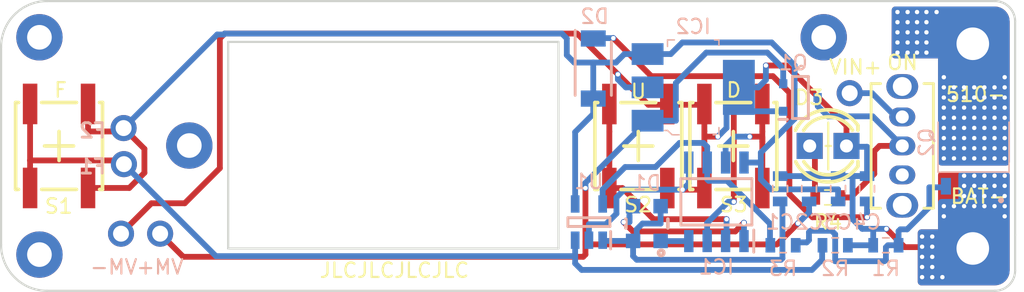
<source format=kicad_pcb>
(kicad_pcb (version 20190331) (host pcbnew 5.1.0-unknown-9e240db~82~ubuntu18.04.1)

  (general
    (thickness 1.6)
    (drawings 40)
    (tracks 369)
    (zones 0)
    (modules 31)
    (nets 20)
  )

  (page A4)
  (layers
    (0 F.Cu signal)
    (31 B.Cu signal)
    (32 B.Adhes user hide)
    (33 F.Adhes user hide)
    (34 B.Paste user)
    (35 F.Paste user)
    (36 B.SilkS user)
    (37 F.SilkS user)
    (38 B.Mask user)
    (39 F.Mask user)
    (40 Dwgs.User user hide)
    (41 Cmts.User user hide)
    (42 Eco1.User user hide)
    (43 Eco2.User user hide)
    (44 Edge.Cuts user)
    (45 Margin user hide)
    (46 B.CrtYd user hide)
    (47 F.CrtYd user hide)
    (48 B.Fab user hide)
    (49 F.Fab user hide)
  )

  (setup
    (last_trace_width 0.4)
    (user_trace_width 0.6)
    (user_trace_width 0.8)
    (user_trace_width 1)
    (trace_clearance 0.3)
    (zone_clearance 0.3)
    (zone_45_only yes)
    (trace_min 0.4)
    (via_size 0.4)
    (via_drill 0.3)
    (via_min_size 0.4)
    (via_min_drill 0.3)
    (uvia_size 0.3)
    (uvia_drill 0.1)
    (uvias_allowed no)
    (uvia_min_size 0.2)
    (uvia_min_drill 0.1)
    (edge_width 0.05)
    (segment_width 0.2)
    (pcb_text_width 0.3)
    (pcb_text_size 1.5 1.5)
    (mod_edge_width 0.12)
    (mod_text_size 1 1)
    (mod_text_width 0.15)
    (pad_size 4 4)
    (pad_drill 2.25)
    (pad_to_mask_clearance 0.051)
    (solder_mask_min_width 0.25)
    (aux_axis_origin 0 0)
    (visible_elements FFFFFF7F)
    (pcbplotparams
      (layerselection 0x010fc_ffffffff)
      (usegerberextensions false)
      (usegerberattributes false)
      (usegerberadvancedattributes false)
      (creategerberjobfile false)
      (excludeedgelayer true)
      (linewidth 0.100000)
      (plotframeref false)
      (viasonmask false)
      (mode 1)
      (useauxorigin false)
      (hpglpennumber 1)
      (hpglpenspeed 20)
      (hpglpendiameter 15.000000)
      (psnegative false)
      (psa4output false)
      (plotreference true)
      (plotvalue true)
      (plotinvisibletext false)
      (padsonsilk false)
      (subtractmaskfromsilk false)
      (outputformat 1)
      (mirror false)
      (drillshape 0)
      (scaleselection 1)
      (outputdirectory "Gerbers-Board A/"))
  )

  (net 0 "")
  (net 1 /Down)
  (net 2 "Net-(S4-Pad3)")
  (net 3 "Net-(S4-PadMH1)")
  (net 4 "Net-(S4-PadMH2)")
  (net 5 "Net-(C1-Pad1)")
  (net 6 GND)
  (net 7 /UP)
  (net 8 /510-)
  (net 9 "Net-(Q2-Pad4)")
  (net 10 /VIN+toSwitch)
  (net 11 /VIN+toR5)
  (net 12 /R5toD3)
  (net 13 /POT0%)
  (net 14 /POT100%)
  (net 15 /D2toSTR)
  (net 16 /U1OUT)
  (net 17 /VIN+fromQ1Source)
  (net 18 /S1toVS)
  (net 19 /CStoR2)

  (net_class Default "This is the default net class."
    (clearance 0.3)
    (trace_width 0.4)
    (via_dia 0.4)
    (via_drill 0.3)
    (uvia_dia 0.3)
    (uvia_drill 0.1)
    (diff_pair_width 0.4)
    (diff_pair_gap 0.25)
    (add_net /510-)
    (add_net /CStoR2)
    (add_net /D2toSTR)
    (add_net /Down)
    (add_net /POT0%)
    (add_net /POT100%)
    (add_net /R5toD3)
    (add_net /S1toVS)
    (add_net /U1OUT)
    (add_net /UP)
    (add_net /VIN+fromQ1Source)
    (add_net /VIN+toR5)
    (add_net /VIN+toSwitch)
    (add_net GND)
    (add_net "Net-(C1-Pad1)")
    (add_net "Net-(Q2-Pad4)")
    (add_net "Net-(S4-Pad3)")
    (add_net "Net-(S4-PadMH1)")
    (add_net "Net-(S4-PadMH2)")
  )

  (module "VoltMax PWM:SS-12D07-VG4NSGAPA" (layer F.Cu) (tedit 5CAA6B21) (tstamp 5CA120DD)
    (at 176.73 100.14 270)
    (descr "Description: Switch: SPDT: Normally Closed")
    (path /5CA79FEC)
    (fp_text reference S4 (at 0 -3.754 270) (layer F.SilkS) hide
      (effects (font (size 1 1) (thickness 0.15)) (justify top))
    )
    (fp_text value SS12D07VG4NSGAPA (at 0 3 270) (layer F.SilkS) hide
      (effects (font (size 1 1) (thickness 0.15)) (justify top))
    )
    (fp_line (start -5.4 2.15) (end 5.4 2.15) (layer F.CrtYd) (width 0.2))
    (fp_line (start -5.4 -2.15) (end -5.4 2.15) (layer F.CrtYd) (width 0.2))
    (fp_line (start 5.4 -2.15) (end 5.4 2.1) (layer F.CrtYd) (width 0.2))
    (fp_line (start -5.4 -2.15) (end 5.4 -2.15) (layer F.CrtYd) (width 0.2))
    (fp_line (start 4.301 1.5) (end 4.301 2.15) (layer F.SilkS) (width 0.2))
    (fp_line (start -4.301 1.5) (end -4.301 2.15) (layer F.SilkS) (width 0.2))
    (fp_line (start 4.301 -2.15) (end 4.301 -1.5) (layer F.SilkS) (width 0.2))
    (fp_line (start -4.301 2.15) (end 4.301 2.15) (layer F.SilkS) (width 0.2))
    (fp_line (start -4.301 -2.15) (end 4.301 -2.15) (layer F.SilkS) (width 0.2))
    (fp_line (start -4.301 -2.15) (end -4.301 -1.5) (layer F.SilkS) (width 0.2))
    (fp_poly (pts (xy 3.148 0.25) (xy 3.16 0.399) (xy 3.195 0.544) (xy 3.252 0.682)
      (xy 3.33 0.81) (xy 3.427 0.923) (xy 3.54 1.02) (xy 3.668 1.098)
      (xy 3.806 1.155) (xy 3.951 1.19) (xy 4.1 1.202) (xy 4.249 1.19)
      (xy 4.394 1.155) (xy 4.532 1.098) (xy 4.66 1.02) (xy 4.773 0.923)
      (xy 4.87 0.81) (xy 4.948 0.682) (xy 5.005 0.544) (xy 5.04 0.399)
      (xy 5.052 0.25) (xy 5.052 -0.25) (xy 5.04 -0.399) (xy 5.005 -0.544)
      (xy 4.948 -0.682) (xy 4.87 -0.81) (xy 4.773 -0.923) (xy 4.66 -1.02)
      (xy 4.532 -1.098) (xy 4.394 -1.155) (xy 4.249 -1.19) (xy 4.1 -1.202)
      (xy 3.951 -1.19) (xy 3.806 -1.155) (xy 3.668 -1.098) (xy 3.54 -1.02)
      (xy 3.427 -0.923) (xy 3.33 -0.81) (xy 3.252 -0.682) (xy 3.195 -0.544)
      (xy 3.16 -0.399) (xy 3.148 -0.25)) (layer F.Mask) (width 0))
    (fp_poly (pts (xy 3.148 0.25) (xy 3.16 0.399) (xy 3.195 0.544) (xy 3.252 0.682)
      (xy 3.33 0.81) (xy 3.427 0.923) (xy 3.54 1.02) (xy 3.668 1.098)
      (xy 3.806 1.155) (xy 3.951 1.19) (xy 4.1 1.202) (xy 4.249 1.19)
      (xy 4.394 1.155) (xy 4.532 1.098) (xy 4.66 1.02) (xy 4.773 0.923)
      (xy 4.87 0.81) (xy 4.948 0.682) (xy 5.005 0.544) (xy 5.04 0.399)
      (xy 5.052 0.25) (xy 5.052 -0.25) (xy 5.04 -0.399) (xy 5.005 -0.544)
      (xy 4.948 -0.682) (xy 4.87 -0.81) (xy 4.773 -0.923) (xy 4.66 -1.02)
      (xy 4.532 -1.098) (xy 4.394 -1.155) (xy 4.249 -1.19) (xy 4.1 -1.202)
      (xy 3.951 -1.19) (xy 3.806 -1.155) (xy 3.668 -1.098) (xy 3.54 -1.02)
      (xy 3.427 -0.923) (xy 3.33 -0.81) (xy 3.252 -0.682) (xy 3.195 -0.544)
      (xy 3.16 -0.399) (xy 3.148 -0.25)) (layer B.Mask) (width 0))
    (fp_poly (pts (xy 4.949 -0.25) (xy 4.939 -0.383) (xy 4.907 -0.512) (xy 4.856 -0.635)
      (xy 4.787 -0.749) (xy 4.7 -0.85) (xy 4.599 -0.937) (xy 4.485 -1.006)
      (xy 4.362 -1.057) (xy 4.233 -1.089) (xy 4.1 -1.099) (xy 3.967 -1.089)
      (xy 3.838 -1.057) (xy 3.715 -1.006) (xy 3.601 -0.937) (xy 3.5 -0.85)
      (xy 3.413 -0.749) (xy 3.344 -0.635) (xy 3.293 -0.512) (xy 3.261 -0.383)
      (xy 3.251 -0.25) (xy 3.251 0.25) (xy 3.261 0.383) (xy 3.293 0.512)
      (xy 3.344 0.635) (xy 3.413 0.749) (xy 3.5 0.85) (xy 3.601 0.937)
      (xy 3.715 1.006) (xy 3.838 1.057) (xy 3.967 1.089) (xy 4.1 1.099)
      (xy 4.233 1.089) (xy 4.362 1.057) (xy 4.485 1.006) (xy 4.599 0.937)
      (xy 4.7 0.85) (xy 4.787 0.749) (xy 4.856 0.635) (xy 4.907 0.512)
      (xy 4.939 0.383) (xy 4.949 0.25)) (layer B.Cu) (width 0))
    (fp_poly (pts (xy 4.949 -0.25) (xy 4.939 -0.383) (xy 4.907 -0.512) (xy 4.856 -0.635)
      (xy 4.787 -0.749) (xy 4.7 -0.85) (xy 4.599 -0.937) (xy 4.485 -1.006)
      (xy 4.362 -1.057) (xy 4.233 -1.089) (xy 4.1 -1.099) (xy 3.967 -1.089)
      (xy 3.838 -1.057) (xy 3.715 -1.006) (xy 3.601 -0.937) (xy 3.5 -0.85)
      (xy 3.413 -0.749) (xy 3.344 -0.635) (xy 3.293 -0.512) (xy 3.261 -0.383)
      (xy 3.251 -0.25) (xy 3.251 0.25) (xy 3.261 0.383) (xy 3.293 0.512)
      (xy 3.344 0.635) (xy 3.413 0.749) (xy 3.5 0.85) (xy 3.601 0.937)
      (xy 3.715 1.006) (xy 3.838 1.057) (xy 3.967 1.089) (xy 4.1 1.099)
      (xy 4.233 1.089) (xy 4.362 1.057) (xy 4.485 1.006) (xy 4.599 0.937)
      (xy 4.7 0.85) (xy 4.787 0.749) (xy 4.856 0.635) (xy 4.907 0.512)
      (xy 4.939 0.383) (xy 4.949 0.25)) (layer F.Cu) (width 0))
    (fp_poly (pts (xy -5.052 0.25) (xy -5.04 0.399) (xy -5.005 0.544) (xy -4.948 0.682)
      (xy -4.87 0.81) (xy -4.773 0.923) (xy -4.66 1.02) (xy -4.532 1.098)
      (xy -4.394 1.155) (xy -4.249 1.19) (xy -4.1 1.202) (xy -3.951 1.19)
      (xy -3.806 1.155) (xy -3.668 1.098) (xy -3.54 1.02) (xy -3.427 0.923)
      (xy -3.33 0.81) (xy -3.252 0.682) (xy -3.195 0.544) (xy -3.16 0.399)
      (xy -3.148 0.25) (xy -3.148 -0.25) (xy -3.16 -0.399) (xy -3.195 -0.544)
      (xy -3.252 -0.682) (xy -3.33 -0.81) (xy -3.427 -0.923) (xy -3.54 -1.02)
      (xy -3.668 -1.098) (xy -3.806 -1.155) (xy -3.951 -1.19) (xy -4.1 -1.202)
      (xy -4.249 -1.19) (xy -4.394 -1.155) (xy -4.532 -1.098) (xy -4.66 -1.02)
      (xy -4.773 -0.923) (xy -4.87 -0.81) (xy -4.948 -0.682) (xy -5.005 -0.544)
      (xy -5.04 -0.399) (xy -5.052 -0.25)) (layer F.Mask) (width 0))
    (fp_poly (pts (xy -5.052 0.25) (xy -5.04 0.399) (xy -5.005 0.544) (xy -4.948 0.682)
      (xy -4.87 0.81) (xy -4.773 0.923) (xy -4.66 1.02) (xy -4.532 1.098)
      (xy -4.394 1.155) (xy -4.249 1.19) (xy -4.1 1.202) (xy -3.951 1.19)
      (xy -3.806 1.155) (xy -3.668 1.098) (xy -3.54 1.02) (xy -3.427 0.923)
      (xy -3.33 0.81) (xy -3.252 0.682) (xy -3.195 0.544) (xy -3.16 0.399)
      (xy -3.148 0.25) (xy -3.148 -0.25) (xy -3.16 -0.399) (xy -3.195 -0.544)
      (xy -3.252 -0.682) (xy -3.33 -0.81) (xy -3.427 -0.923) (xy -3.54 -1.02)
      (xy -3.668 -1.098) (xy -3.806 -1.155) (xy -3.951 -1.19) (xy -4.1 -1.202)
      (xy -4.249 -1.19) (xy -4.394 -1.155) (xy -4.532 -1.098) (xy -4.66 -1.02)
      (xy -4.773 -0.923) (xy -4.87 -0.81) (xy -4.948 -0.682) (xy -5.005 -0.544)
      (xy -5.04 -0.399) (xy -5.052 -0.25)) (layer B.Mask) (width 0))
    (fp_poly (pts (xy -3.251 -0.25) (xy -3.261 -0.383) (xy -3.293 -0.512) (xy -3.344 -0.635)
      (xy -3.413 -0.749) (xy -3.5 -0.85) (xy -3.601 -0.937) (xy -3.715 -1.006)
      (xy -3.838 -1.057) (xy -3.967 -1.089) (xy -4.1 -1.099) (xy -4.233 -1.089)
      (xy -4.362 -1.057) (xy -4.485 -1.006) (xy -4.599 -0.937) (xy -4.7 -0.85)
      (xy -4.787 -0.749) (xy -4.856 -0.635) (xy -4.907 -0.512) (xy -4.939 -0.383)
      (xy -4.949 -0.25) (xy -4.949 0.25) (xy -4.939 0.383) (xy -4.907 0.512)
      (xy -4.856 0.635) (xy -4.787 0.749) (xy -4.7 0.85) (xy -4.599 0.937)
      (xy -4.485 1.006) (xy -4.362 1.057) (xy -4.233 1.089) (xy -4.1 1.099)
      (xy -3.967 1.089) (xy -3.838 1.057) (xy -3.715 1.006) (xy -3.601 0.937)
      (xy -3.5 0.85) (xy -3.413 0.749) (xy -3.344 0.635) (xy -3.293 0.512)
      (xy -3.261 0.383) (xy -3.251 0.25)) (layer B.Cu) (width 0))
    (fp_poly (pts (xy -3.251 -0.25) (xy -3.261 -0.383) (xy -3.293 -0.512) (xy -3.344 -0.635)
      (xy -3.413 -0.749) (xy -3.5 -0.85) (xy -3.601 -0.937) (xy -3.715 -1.006)
      (xy -3.838 -1.057) (xy -3.967 -1.089) (xy -4.1 -1.099) (xy -4.233 -1.089)
      (xy -4.362 -1.057) (xy -4.485 -1.006) (xy -4.599 -0.937) (xy -4.7 -0.85)
      (xy -4.787 -0.749) (xy -4.856 -0.635) (xy -4.907 -0.512) (xy -4.939 -0.383)
      (xy -4.949 -0.25) (xy -4.949 0.25) (xy -4.939 0.383) (xy -4.907 0.512)
      (xy -4.856 0.635) (xy -4.787 0.749) (xy -4.7 0.85) (xy -4.599 0.937)
      (xy -4.485 1.006) (xy -4.362 1.057) (xy -4.233 1.089) (xy -4.1 1.099)
      (xy -3.967 1.089) (xy -3.838 1.057) (xy -3.715 1.006) (xy -3.601 0.937)
      (xy -3.5 0.85) (xy -3.413 0.749) (xy -3.344 0.635) (xy -3.293 0.512)
      (xy -3.261 0.383) (xy -3.251 0.25)) (layer F.Cu) (width 0))
    (fp_poly (pts (xy 1.248 0.25) (xy 1.257 0.368) (xy 1.285 0.482) (xy 1.33 0.591)
      (xy 1.392 0.692) (xy 1.468 0.782) (xy 1.558 0.858) (xy 1.659 0.92)
      (xy 1.768 0.965) (xy 1.882 0.993) (xy 2 1.002) (xy 2.118 0.993)
      (xy 2.232 0.965) (xy 2.341 0.92) (xy 2.442 0.858) (xy 2.532 0.782)
      (xy 2.608 0.692) (xy 2.67 0.591) (xy 2.715 0.482) (xy 2.743 0.368)
      (xy 2.752 0.25) (xy 2.752 -0.25) (xy 2.743 -0.368) (xy 2.715 -0.482)
      (xy 2.67 -0.591) (xy 2.608 -0.692) (xy 2.532 -0.782) (xy 2.442 -0.858)
      (xy 2.341 -0.92) (xy 2.232 -0.965) (xy 2.118 -0.993) (xy 2 -1.002)
      (xy 1.882 -0.993) (xy 1.768 -0.965) (xy 1.659 -0.92) (xy 1.558 -0.858)
      (xy 1.468 -0.782) (xy 1.392 -0.692) (xy 1.33 -0.591) (xy 1.285 -0.482)
      (xy 1.257 -0.368) (xy 1.248 -0.25)) (layer F.Mask) (width 0))
    (fp_poly (pts (xy 1.248 0.25) (xy 1.257 0.368) (xy 1.285 0.482) (xy 1.33 0.591)
      (xy 1.392 0.692) (xy 1.468 0.782) (xy 1.558 0.858) (xy 1.659 0.92)
      (xy 1.768 0.965) (xy 1.882 0.993) (xy 2 1.002) (xy 2.118 0.993)
      (xy 2.232 0.965) (xy 2.341 0.92) (xy 2.442 0.858) (xy 2.532 0.782)
      (xy 2.608 0.692) (xy 2.67 0.591) (xy 2.715 0.482) (xy 2.743 0.368)
      (xy 2.752 0.25) (xy 2.752 -0.25) (xy 2.743 -0.368) (xy 2.715 -0.482)
      (xy 2.67 -0.591) (xy 2.608 -0.692) (xy 2.532 -0.782) (xy 2.442 -0.858)
      (xy 2.341 -0.92) (xy 2.232 -0.965) (xy 2.118 -0.993) (xy 2 -1.002)
      (xy 1.882 -0.993) (xy 1.768 -0.965) (xy 1.659 -0.92) (xy 1.558 -0.858)
      (xy 1.468 -0.782) (xy 1.392 -0.692) (xy 1.33 -0.591) (xy 1.285 -0.482)
      (xy 1.257 -0.368) (xy 1.248 -0.25)) (layer B.Mask) (width 0))
    (fp_poly (pts (xy 2.649 -0.25) (xy 2.641 -0.352) (xy 2.617 -0.451) (xy 2.578 -0.545)
      (xy 2.525 -0.631) (xy 2.459 -0.709) (xy 2.381 -0.775) (xy 2.295 -0.828)
      (xy 2.201 -0.867) (xy 2.102 -0.891) (xy 2 -0.899) (xy 1.898 -0.891)
      (xy 1.799 -0.867) (xy 1.705 -0.828) (xy 1.619 -0.775) (xy 1.541 -0.709)
      (xy 1.475 -0.631) (xy 1.422 -0.545) (xy 1.383 -0.451) (xy 1.359 -0.352)
      (xy 1.351 -0.25) (xy 1.351 0.25) (xy 1.359 0.352) (xy 1.383 0.451)
      (xy 1.422 0.545) (xy 1.475 0.631) (xy 1.541 0.709) (xy 1.619 0.775)
      (xy 1.705 0.828) (xy 1.799 0.867) (xy 1.898 0.891) (xy 2 0.899)
      (xy 2.102 0.891) (xy 2.201 0.867) (xy 2.295 0.828) (xy 2.381 0.775)
      (xy 2.459 0.709) (xy 2.525 0.631) (xy 2.578 0.545) (xy 2.617 0.451)
      (xy 2.641 0.352) (xy 2.649 0.25)) (layer B.Cu) (width 0))
    (fp_poly (pts (xy 2.649 -0.25) (xy 2.641 -0.352) (xy 2.617 -0.451) (xy 2.578 -0.545)
      (xy 2.525 -0.631) (xy 2.459 -0.709) (xy 2.381 -0.775) (xy 2.295 -0.828)
      (xy 2.201 -0.867) (xy 2.102 -0.891) (xy 2 -0.899) (xy 1.898 -0.891)
      (xy 1.799 -0.867) (xy 1.705 -0.828) (xy 1.619 -0.775) (xy 1.541 -0.709)
      (xy 1.475 -0.631) (xy 1.422 -0.545) (xy 1.383 -0.451) (xy 1.359 -0.352)
      (xy 1.351 -0.25) (xy 1.351 0.25) (xy 1.359 0.352) (xy 1.383 0.451)
      (xy 1.422 0.545) (xy 1.475 0.631) (xy 1.541 0.709) (xy 1.619 0.775)
      (xy 1.705 0.828) (xy 1.799 0.867) (xy 1.898 0.891) (xy 2 0.899)
      (xy 2.102 0.891) (xy 2.201 0.867) (xy 2.295 0.828) (xy 2.381 0.775)
      (xy 2.459 0.709) (xy 2.525 0.631) (xy 2.578 0.545) (xy 2.617 0.451)
      (xy 2.641 0.352) (xy 2.649 0.25)) (layer F.Cu) (width 0))
    (fp_poly (pts (xy -0.752 0.25) (xy -0.743 0.368) (xy -0.715 0.482) (xy -0.67 0.591)
      (xy -0.608 0.692) (xy -0.532 0.782) (xy -0.442 0.858) (xy -0.341 0.92)
      (xy -0.232 0.965) (xy -0.118 0.993) (xy 0 1.002) (xy 0.118 0.993)
      (xy 0.232 0.965) (xy 0.341 0.92) (xy 0.442 0.858) (xy 0.532 0.782)
      (xy 0.608 0.692) (xy 0.67 0.591) (xy 0.715 0.482) (xy 0.743 0.368)
      (xy 0.752 0.25) (xy 0.752 -0.25) (xy 0.743 -0.368) (xy 0.715 -0.482)
      (xy 0.67 -0.591) (xy 0.608 -0.692) (xy 0.532 -0.782) (xy 0.442 -0.858)
      (xy 0.341 -0.92) (xy 0.232 -0.965) (xy 0.118 -0.993) (xy 0 -1.002)
      (xy -0.118 -0.993) (xy -0.232 -0.965) (xy -0.341 -0.92) (xy -0.442 -0.858)
      (xy -0.532 -0.782) (xy -0.608 -0.692) (xy -0.67 -0.591) (xy -0.715 -0.482)
      (xy -0.743 -0.368) (xy -0.752 -0.25)) (layer F.Mask) (width 0))
    (fp_poly (pts (xy -0.752 0.25) (xy -0.743 0.368) (xy -0.715 0.482) (xy -0.67 0.591)
      (xy -0.608 0.692) (xy -0.532 0.782) (xy -0.442 0.858) (xy -0.341 0.92)
      (xy -0.232 0.965) (xy -0.118 0.993) (xy 0 1.002) (xy 0.118 0.993)
      (xy 0.232 0.965) (xy 0.341 0.92) (xy 0.442 0.858) (xy 0.532 0.782)
      (xy 0.608 0.692) (xy 0.67 0.591) (xy 0.715 0.482) (xy 0.743 0.368)
      (xy 0.752 0.25) (xy 0.752 -0.25) (xy 0.743 -0.368) (xy 0.715 -0.482)
      (xy 0.67 -0.591) (xy 0.608 -0.692) (xy 0.532 -0.782) (xy 0.442 -0.858)
      (xy 0.341 -0.92) (xy 0.232 -0.965) (xy 0.118 -0.993) (xy 0 -1.002)
      (xy -0.118 -0.993) (xy -0.232 -0.965) (xy -0.341 -0.92) (xy -0.442 -0.858)
      (xy -0.532 -0.782) (xy -0.608 -0.692) (xy -0.67 -0.591) (xy -0.715 -0.482)
      (xy -0.743 -0.368) (xy -0.752 -0.25)) (layer B.Mask) (width 0))
    (fp_poly (pts (xy 0.649 -0.25) (xy 0.641 -0.352) (xy 0.617 -0.451) (xy 0.578 -0.545)
      (xy 0.525 -0.631) (xy 0.459 -0.709) (xy 0.381 -0.775) (xy 0.295 -0.828)
      (xy 0.201 -0.867) (xy 0.102 -0.891) (xy 0 -0.899) (xy -0.102 -0.891)
      (xy -0.201 -0.867) (xy -0.295 -0.828) (xy -0.381 -0.775) (xy -0.459 -0.709)
      (xy -0.525 -0.631) (xy -0.578 -0.545) (xy -0.617 -0.451) (xy -0.641 -0.352)
      (xy -0.649 -0.25) (xy -0.649 0.25) (xy -0.641 0.352) (xy -0.617 0.451)
      (xy -0.578 0.545) (xy -0.525 0.631) (xy -0.459 0.709) (xy -0.381 0.775)
      (xy -0.295 0.828) (xy -0.201 0.867) (xy -0.102 0.891) (xy 0 0.899)
      (xy 0.102 0.891) (xy 0.201 0.867) (xy 0.295 0.828) (xy 0.381 0.775)
      (xy 0.459 0.709) (xy 0.525 0.631) (xy 0.578 0.545) (xy 0.617 0.451)
      (xy 0.641 0.352) (xy 0.649 0.25)) (layer B.Cu) (width 0))
    (fp_poly (pts (xy 0.649 -0.25) (xy 0.641 -0.352) (xy 0.617 -0.451) (xy 0.578 -0.545)
      (xy 0.525 -0.631) (xy 0.459 -0.709) (xy 0.381 -0.775) (xy 0.295 -0.828)
      (xy 0.201 -0.867) (xy 0.102 -0.891) (xy 0 -0.899) (xy -0.102 -0.891)
      (xy -0.201 -0.867) (xy -0.295 -0.828) (xy -0.381 -0.775) (xy -0.459 -0.709)
      (xy -0.525 -0.631) (xy -0.578 -0.545) (xy -0.617 -0.451) (xy -0.641 -0.352)
      (xy -0.649 -0.25) (xy -0.649 0.25) (xy -0.641 0.352) (xy -0.617 0.451)
      (xy -0.578 0.545) (xy -0.525 0.631) (xy -0.459 0.709) (xy -0.381 0.775)
      (xy -0.295 0.828) (xy -0.201 0.867) (xy -0.102 0.891) (xy 0 0.899)
      (xy 0.102 0.891) (xy 0.201 0.867) (xy 0.295 0.828) (xy 0.381 0.775)
      (xy 0.459 0.709) (xy 0.525 0.631) (xy 0.578 0.545) (xy 0.617 0.451)
      (xy 0.641 0.352) (xy 0.649 0.25)) (layer F.Cu) (width 0))
    (fp_poly (pts (xy -2.752 0.25) (xy -2.743 0.368) (xy -2.715 0.482) (xy -2.67 0.591)
      (xy -2.608 0.692) (xy -2.532 0.782) (xy -2.442 0.858) (xy -2.341 0.92)
      (xy -2.232 0.965) (xy -2.118 0.993) (xy -2 1.002) (xy -1.882 0.993)
      (xy -1.768 0.965) (xy -1.659 0.92) (xy -1.558 0.858) (xy -1.468 0.782)
      (xy -1.392 0.692) (xy -1.33 0.591) (xy -1.285 0.482) (xy -1.257 0.368)
      (xy -1.248 0.25) (xy -1.248 -0.25) (xy -1.257 -0.368) (xy -1.285 -0.482)
      (xy -1.33 -0.591) (xy -1.392 -0.692) (xy -1.468 -0.782) (xy -1.558 -0.858)
      (xy -1.659 -0.92) (xy -1.768 -0.965) (xy -1.882 -0.993) (xy -2 -1.002)
      (xy -2.118 -0.993) (xy -2.232 -0.965) (xy -2.341 -0.92) (xy -2.442 -0.858)
      (xy -2.532 -0.782) (xy -2.608 -0.692) (xy -2.67 -0.591) (xy -2.715 -0.482)
      (xy -2.743 -0.368) (xy -2.752 -0.25)) (layer F.Mask) (width 0))
    (fp_poly (pts (xy -2.752 0.25) (xy -2.743 0.368) (xy -2.715 0.482) (xy -2.67 0.591)
      (xy -2.608 0.692) (xy -2.532 0.782) (xy -2.442 0.858) (xy -2.341 0.92)
      (xy -2.232 0.965) (xy -2.118 0.993) (xy -2 1.002) (xy -1.882 0.993)
      (xy -1.768 0.965) (xy -1.659 0.92) (xy -1.558 0.858) (xy -1.468 0.782)
      (xy -1.392 0.692) (xy -1.33 0.591) (xy -1.285 0.482) (xy -1.257 0.368)
      (xy -1.248 0.25) (xy -1.248 -0.25) (xy -1.257 -0.368) (xy -1.285 -0.482)
      (xy -1.33 -0.591) (xy -1.392 -0.692) (xy -1.468 -0.782) (xy -1.558 -0.858)
      (xy -1.659 -0.92) (xy -1.768 -0.965) (xy -1.882 -0.993) (xy -2 -1.002)
      (xy -2.118 -0.993) (xy -2.232 -0.965) (xy -2.341 -0.92) (xy -2.442 -0.858)
      (xy -2.532 -0.782) (xy -2.608 -0.692) (xy -2.67 -0.591) (xy -2.715 -0.482)
      (xy -2.743 -0.368) (xy -2.752 -0.25)) (layer B.Mask) (width 0))
    (fp_poly (pts (xy -1.351 -0.25) (xy -1.359 -0.352) (xy -1.383 -0.451) (xy -1.422 -0.545)
      (xy -1.475 -0.631) (xy -1.541 -0.709) (xy -1.619 -0.775) (xy -1.705 -0.828)
      (xy -1.799 -0.867) (xy -1.898 -0.891) (xy -2 -0.899) (xy -2.102 -0.891)
      (xy -2.201 -0.867) (xy -2.295 -0.828) (xy -2.381 -0.775) (xy -2.459 -0.709)
      (xy -2.525 -0.631) (xy -2.578 -0.545) (xy -2.617 -0.451) (xy -2.641 -0.352)
      (xy -2.649 -0.25) (xy -2.649 0.25) (xy -2.641 0.352) (xy -2.617 0.451)
      (xy -2.578 0.545) (xy -2.525 0.631) (xy -2.459 0.709) (xy -2.381 0.775)
      (xy -2.295 0.828) (xy -2.201 0.867) (xy -2.102 0.891) (xy -2 0.899)
      (xy -1.898 0.891) (xy -1.799 0.867) (xy -1.705 0.828) (xy -1.619 0.775)
      (xy -1.541 0.709) (xy -1.475 0.631) (xy -1.422 0.545) (xy -1.383 0.451)
      (xy -1.359 0.352) (xy -1.351 0.25)) (layer B.Cu) (width 0))
    (fp_poly (pts (xy -1.351 -0.25) (xy -1.359 -0.352) (xy -1.383 -0.451) (xy -1.422 -0.545)
      (xy -1.475 -0.631) (xy -1.541 -0.709) (xy -1.619 -0.775) (xy -1.705 -0.828)
      (xy -1.799 -0.867) (xy -1.898 -0.891) (xy -2 -0.899) (xy -2.102 -0.891)
      (xy -2.201 -0.867) (xy -2.295 -0.828) (xy -2.381 -0.775) (xy -2.459 -0.709)
      (xy -2.525 -0.631) (xy -2.578 -0.545) (xy -2.617 -0.451) (xy -2.641 -0.352)
      (xy -2.649 -0.25) (xy -2.649 0.25) (xy -2.641 0.352) (xy -2.617 0.451)
      (xy -2.578 0.545) (xy -2.525 0.631) (xy -2.459 0.709) (xy -2.381 0.775)
      (xy -2.295 0.828) (xy -2.201 0.867) (xy -2.102 0.891) (xy -2 0.899)
      (xy -1.898 0.891) (xy -1.799 0.867) (xy -1.705 0.828) (xy -1.619 0.775)
      (xy -1.541 0.709) (xy -1.475 0.631) (xy -1.422 0.545) (xy -1.383 0.451)
      (xy -1.359 0.352) (xy -1.351 0.25)) (layer F.Cu) (width 0))
    (pad MH2 thru_hole circle (at 4.1 0) (size 1.7 1.7) (drill 1.3) (layers *.Cu *.Mask)
      (net 4 "Net-(S4-PadMH2)") (solder_mask_margin 0.1016) (zone_connect 2))
    (pad MH1 thru_hole circle (at -4.1 0) (size 1.7 1.7) (drill 1.3) (layers *.Cu *.Mask)
      (net 3 "Net-(S4-PadMH1)") (solder_mask_margin 0.1016) (zone_connect 2))
    (pad 3 thru_hole circle (at 2 0) (size 1.3 1.3) (drill 0.9) (layers *.Cu *.Mask)
      (net 2 "Net-(S4-Pad3)") (solder_mask_margin 0.1016) (zone_connect 2))
    (pad 2 thru_hole circle (at 0 0) (size 1.3 1.3) (drill 0.9) (layers *.Cu *.Mask)
      (net 11 /VIN+toR5) (solder_mask_margin 0.1016) (zone_connect 2))
    (pad 1 thru_hole circle (at -2 0) (size 1.3 1.3) (drill 0.9) (layers *.Cu *.Mask)
      (net 10 /VIN+toSwitch) (solder_mask_margin 0.1016) (zone_connect 2))
    (model "${KIPRJMOD}/VoltMax PWM.pretty/OS102011MS2QN1.stp"
      (offset (xyz 0 0 4))
      (scale (xyz 1 1.1 1))
      (rotate (xyz -90 0 0))
    )
  )

  (module "VoltMax PWM:PSMN1R2-25YLC_115" (layer B.Cu) (tedit 5CAA583B) (tstamp 5C9FCF67)
    (at 181.65 98 180)
    (descr "LFPAK56; PowerSO8 (SOT669)")
    (tags "MOSFET (N-Channel)")
    (path /5C9B7A79)
    (attr smd)
    (fp_text reference Q2 (at 3.25 -1.9 90) (layer B.SilkS)
      (effects (font (size 1 1) (thickness 0.15)) (justify mirror))
    )
    (fp_text value PSMN1R2-25YLC_115 (at 0.04 4.194 180) (layer B.SilkS) hide
      (effects (font (size 1.27 1.27) (thickness 0.254)) (justify mirror))
    )
    (fp_arc (start -1.9 -5.9) (end -1.8 -5.9) (angle -180) (layer B.SilkS) (width 0.2))
    (fp_arc (start -1.9 -5.9) (end -2 -5.9) (angle -180) (layer B.SilkS) (width 0.2))
    (fp_line (start -1.8 -5.9) (end -1.8 -5.9) (layer B.SilkS) (width 0.2))
    (fp_line (start -2 -5.9) (end -2 -5.9) (layer B.SilkS) (width 0.2))
    (fp_line (start 2.45 -3.95) (end 2.45 -0.5) (layer B.SilkS) (width 0.1))
    (fp_line (start -2.45 -3.95) (end 2.45 -3.95) (layer B.SilkS) (width 0.1))
    (fp_line (start -2.45 -0.5) (end -2.45 -3.95) (layer B.SilkS) (width 0.1))
    (fp_line (start -3.45 -7) (end -3.45 2.3) (layer Dwgs.User) (width 0.1))
    (fp_line (start 3.45 -7) (end -3.45 -7) (layer Dwgs.User) (width 0.1))
    (fp_line (start 3.45 2.3) (end 3.45 -7) (layer Dwgs.User) (width 0.1))
    (fp_line (start -3.45 2.3) (end 3.45 2.3) (layer Dwgs.User) (width 0.1))
    (fp_line (start -2.45 -3.95) (end -2.45 0) (layer Dwgs.User) (width 0.2))
    (fp_line (start 2.45 -3.95) (end -2.45 -3.95) (layer Dwgs.User) (width 0.2))
    (fp_line (start 2.45 0) (end 2.45 -3.95) (layer Dwgs.User) (width 0.2))
    (fp_line (start -2.45 0) (end 2.45 0) (layer Dwgs.User) (width 0.2))
    (pad 6 smd rect (at 0 0.55 90) (size 1.5 4.7) (layers B.Cu B.Paste B.Mask)
      (net 8 /510-))
    (pad 5 smd rect (at 0 -1.75 90) (size 3.1 4.2) (layers B.Cu B.Paste B.Mask)
      (net 8 /510-))
    (pad 4 smd rect (at 1.905 -4.925 180) (size 0.7 1.15) (layers B.Cu B.Paste B.Mask)
      (net 9 "Net-(Q2-Pad4)"))
    (pad 3 smd rect (at 0.635 -4.925 180) (size 0.7 1.15) (layers B.Cu B.Paste B.Mask)
      (net 6 GND))
    (pad 2 smd rect (at -0.635 -4.925 180) (size 0.7 1.15) (layers B.Cu B.Paste B.Mask)
      (net 6 GND))
    (pad 1 smd rect (at -1.905 -4.925 180) (size 0.7 1.15) (layers B.Cu B.Paste B.Mask)
      (net 6 GND))
    (model "${KIPRJMOD}/VoltMax PWM.pretty/SOT-669_LFPAK.step"
      (offset (xyz 0 -2 0))
      (scale (xyz 1 1 1))
      (rotate (xyz 0 0 -90))
    )
  )

  (module "VoltMax PWM:SolderWirePad_single_2-75mmDrill" (layer F.Cu) (tedit 5CB991EF) (tstamp 5C9FCF39)
    (at 181.6 93.09)
    (descr "Wire solder connection")
    (tags connector)
    (path /5CC1E23A)
    (attr virtual)
    (fp_text reference J2 (at 0 -3.5) (layer F.SilkS) hide
      (effects (font (size 1 1) (thickness 0.15)))
    )
    (fp_text value 510- (at 0.2 3.5 180) (layer F.SilkS)
      (effects (font (size 1 1) (thickness 0.15)))
    )
    (fp_line (start 2.6 2.6) (end -2.6 2.6) (layer F.CrtYd) (width 0.05))
    (fp_line (start 2.6 2.6) (end 2.6 -2.6) (layer F.CrtYd) (width 0.05))
    (fp_line (start -2.6 -2.6) (end -2.6 2.6) (layer F.CrtYd) (width 0.05))
    (fp_line (start -2.6 -2.6) (end 2.6 -2.6) (layer F.CrtYd) (width 0.05))
    (fp_text user %R (at 0 0) (layer F.Fab)
      (effects (font (size 1 1) (thickness 0.15)))
    )
    (pad 1 thru_hole circle (at 0 0) (size 4 4) (drill 2.25) (layers *.Cu *.Mask)
      (net 8 /510-))
  )

  (module "VoltMax PWM:SolderWirePad_single_2-75mmDrill" (layer F.Cu) (tedit 5CB991FB) (tstamp 5C9FCF2F)
    (at 181.6 107.22)
    (descr "Wire solder connection")
    (tags connector)
    (path /5CBF5CDE)
    (attr virtual)
    (fp_text reference J1 (at 0 -5.08) (layer F.SilkS) hide
      (effects (font (size 1 1) (thickness 0.15)))
    )
    (fp_text value BAT- (at 0.4 -3.6) (layer F.SilkS)
      (effects (font (size 1 1) (thickness 0.15)))
    )
    (fp_line (start 2.6 2.6) (end -2.6 2.6) (layer F.CrtYd) (width 0.05))
    (fp_line (start 2.6 2.6) (end 2.6 -2.6) (layer F.CrtYd) (width 0.05))
    (fp_line (start -2.6 -2.6) (end -2.6 2.6) (layer F.CrtYd) (width 0.05))
    (fp_line (start -2.6 -2.6) (end 2.6 -2.6) (layer F.CrtYd) (width 0.05))
    (fp_text user %R (at 0 0) (layer F.Fab)
      (effects (font (size 1 1) (thickness 0.15)))
    )
    (pad 1 thru_hole circle (at 0 0) (size 4 4) (drill 2.25) (layers *.Cu *.Mask)
      (net 6 GND))
  )

  (module "VoltMax PWM:Mount_PAD_VM" (layer F.Cu) (tedit 5CAA5FD0) (tstamp 5C881079)
    (at 117.169 107.644 90)
    (fp_text reference PAD2 (at 0 0 90) (layer F.SilkS) hide
      (effects (font (size 1.27 1.27) (thickness 0.15)))
    )
    (fp_text value Mount_PAD_VM (at 0 0 90) (layer F.SilkS) hide
      (effects (font (size 1.27 1.27) (thickness 0.15)))
    )
    (fp_line (start -2.5 -2.5) (end 2.5 -2.5) (layer B.CrtYd) (width 0.12))
    (fp_line (start -2.5 2.5) (end -2.5 -2.5) (layer B.CrtYd) (width 0.12))
    (fp_line (start 2.5 2.5) (end -2.5 2.5) (layer B.CrtYd) (width 0.12))
    (fp_line (start 2.5 -2.5) (end 2.5 2.5) (layer B.CrtYd) (width 0.12))
    (fp_line (start 2.5 2.5) (end -2.5 2.5) (layer F.CrtYd) (width 0.12))
    (fp_line (start 2.5 -2.5) (end 2.5 2.5) (layer F.CrtYd) (width 0.12))
    (fp_line (start -2.5 2.5) (end -2.5 -2.5) (layer F.CrtYd) (width 0.12))
    (fp_line (start -2.5 -2.5) (end 2.5 -2.5) (layer F.CrtYd) (width 0.12))
    (pad 1 thru_hole circle (at 0 0 90) (size 3.2 3.2) (drill 1.7) (layers *.Cu *.Mask)
      (zone_connect 2))
  )

  (module "VoltMax PWM:Mount_PAD_VM" (layer F.Cu) (tedit 5CAA5FD0) (tstamp 5C880FC5)
    (at 117.169 92.6436 90)
    (fp_text reference PAD1 (at 0 0 90) (layer F.SilkS) hide
      (effects (font (size 1.27 1.27) (thickness 0.15)))
    )
    (fp_text value Mount_PAD_VM (at 0 0 90) (layer F.SilkS) hide
      (effects (font (size 1.27 1.27) (thickness 0.15)))
    )
    (fp_line (start -2.5 -2.5) (end 2.5 -2.5) (layer B.CrtYd) (width 0.12))
    (fp_line (start -2.5 2.5) (end -2.5 -2.5) (layer B.CrtYd) (width 0.12))
    (fp_line (start 2.5 2.5) (end -2.5 2.5) (layer B.CrtYd) (width 0.12))
    (fp_line (start 2.5 -2.5) (end 2.5 2.5) (layer B.CrtYd) (width 0.12))
    (fp_line (start 2.5 2.5) (end -2.5 2.5) (layer F.CrtYd) (width 0.12))
    (fp_line (start 2.5 -2.5) (end 2.5 2.5) (layer F.CrtYd) (width 0.12))
    (fp_line (start -2.5 2.5) (end -2.5 -2.5) (layer F.CrtYd) (width 0.12))
    (fp_line (start -2.5 -2.5) (end 2.5 -2.5) (layer F.CrtYd) (width 0.12))
    (pad 1 thru_hole circle (at 0 0 90) (size 3.2 3.2) (drill 1.7) (layers *.Cu *.Mask)
      (zone_connect 2))
  )

  (module "VoltMax PWM:Mount_PAD_VM" (layer F.Cu) (tedit 5CAA5FD0) (tstamp 5C88109E)
    (at 171.309 92.6436 90)
    (fp_text reference PAD3 (at 0 0 90) (layer F.SilkS) hide
      (effects (font (size 1.27 1.27) (thickness 0.15)))
    )
    (fp_text value Mount_PAD_VM (at 0 0 90) (layer F.SilkS) hide
      (effects (font (size 1.27 1.27) (thickness 0.15)))
    )
    (fp_line (start -2.5 -2.5) (end 2.5 -2.5) (layer B.CrtYd) (width 0.12))
    (fp_line (start -2.5 2.5) (end -2.5 -2.5) (layer B.CrtYd) (width 0.12))
    (fp_line (start 2.5 2.5) (end -2.5 2.5) (layer B.CrtYd) (width 0.12))
    (fp_line (start 2.5 -2.5) (end 2.5 2.5) (layer B.CrtYd) (width 0.12))
    (fp_line (start 2.5 2.5) (end -2.5 2.5) (layer F.CrtYd) (width 0.12))
    (fp_line (start 2.5 -2.5) (end 2.5 2.5) (layer F.CrtYd) (width 0.12))
    (fp_line (start -2.5 2.5) (end -2.5 -2.5) (layer F.CrtYd) (width 0.12))
    (fp_line (start -2.5 -2.5) (end 2.5 -2.5) (layer F.CrtYd) (width 0.12))
    (pad 1 thru_hole circle (at 0 0 90) (size 3.2 3.2) (drill 1.7) (layers *.Cu *.Mask)
      (zone_connect 2))
  )

  (module "VoltMax PWM:Mount_PAD_VM" (layer F.Cu) (tedit 5CAA5FD0) (tstamp 5C880FA1)
    (at 127.515 100.115 90)
    (fp_text reference PAD4_VM (at 0 0 90) (layer F.SilkS) hide
      (effects (font (size 1.27 1.27) (thickness 0.15)))
    )
    (fp_text value Mount_PAD_VM (at 0 0 90) (layer F.SilkS) hide
      (effects (font (size 1.27 1.27) (thickness 0.15)))
    )
    (fp_line (start -2.5 -2.5) (end 2.5 -2.5) (layer B.CrtYd) (width 0.12))
    (fp_line (start -2.5 2.5) (end -2.5 -2.5) (layer B.CrtYd) (width 0.12))
    (fp_line (start 2.5 2.5) (end -2.5 2.5) (layer B.CrtYd) (width 0.12))
    (fp_line (start 2.5 -2.5) (end 2.5 2.5) (layer B.CrtYd) (width 0.12))
    (fp_line (start 2.5 2.5) (end -2.5 2.5) (layer F.CrtYd) (width 0.12))
    (fp_line (start 2.5 -2.5) (end 2.5 2.5) (layer F.CrtYd) (width 0.12))
    (fp_line (start -2.5 2.5) (end -2.5 -2.5) (layer F.CrtYd) (width 0.12))
    (fp_line (start -2.5 -2.5) (end 2.5 -2.5) (layer F.CrtYd) (width 0.12))
    (pad 1 thru_hole circle (at 0 0 90) (size 3.2 3.2) (drill 1.7) (layers *.Cu *.Mask)
      (zone_connect 2))
  )

  (module "VoltMax PWM:LED_4mm" (layer F.Cu) (tedit 5CAA810A) (tstamp 5CA1222F)
    (at 171.62 100.144 180)
    (descr "LED, diameter 4.0mm, 2 pins, http://www.kingbright.com/attachments/file/psearch/000/00/00/L-43GD(Ver.12B).pdf")
    (tags "LED diameter 4.0mm 2 pins")
    (path /5CAACF2D)
    (fp_text reference D3 (at 1.32 3.344 180) (layer F.SilkS)
      (effects (font (size 1 1) (thickness 0.15)))
    )
    (fp_text value LED (at 0.01 3.77 180) (layer F.Fab)
      (effects (font (size 1 1) (thickness 0.15)))
    )
    (fp_line (start -0.181 0) (end 0.181 0) (layer F.SilkS) (width 0.15))
    (fp_line (start 0.001 -1.622) (end -0.001 1.609) (layer F.SilkS) (width 0.15))
    (fp_line (start 2.74 -2.74) (end -2.71 -2.74) (layer F.CrtYd) (width 0.05))
    (fp_line (start 2.74 2.76) (end 2.74 -2.74) (layer F.CrtYd) (width 0.05))
    (fp_line (start -2.71 2.76) (end 2.74 2.76) (layer F.CrtYd) (width 0.05))
    (fp_line (start -2.71 -2.74) (end -2.71 2.76) (layer F.CrtYd) (width 0.05))
    (fp_line (start -2.05 1.09) (end -2.05 1.409) (layer F.SilkS) (width 0.25))
    (fp_line (start -2.05 -1.389) (end -2.05 -1.07) (layer F.SilkS) (width 0.25))
    (fp_line (start -1.99 -1.31665) (end -1.99 1.33665) (layer F.Fab) (width 0.1))
    (fp_circle (center 0.01 0.01) (end 2.01 0.01) (layer F.Fab) (width 0.1))
    (fp_arc (start 0.01 0) (end -1.67333 1.09) (angle -114.6) (layer F.SilkS) (width 0.25))
    (fp_arc (start 0.01 0) (end -1.67333 -1.07) (angle 114.6) (layer F.SilkS) (width 0.25))
    (fp_arc (start 0.01 0) (end -2.05 1.408749) (angle -120.1) (layer F.SilkS) (width 0.25))
    (fp_arc (start 0.01 0) (end -2.05 -1.388749) (angle 120.1) (layer F.SilkS) (width 0.25))
    (fp_arc (start 0.01 0.01) (end -1.99 -1.31665) (angle 292.9) (layer F.Fab) (width 0.1))
    (pad 2 thru_hole rect (at 1.28 0 180) (size 1.8 1.8) (drill 0.9) (layers *.Cu *.Mask)
      (net 12 /R5toD3))
    (pad 1 thru_hole rect (at -1.26 0 180) (size 1.8 1.8) (drill 0.9) (layers *.Cu *.Mask)
      (net 6 GND))
    (model "${KIPRJMOD}/VoltMax PWM.pretty/ELM 2.igs"
      (at (xyz 0 0 0))
      (scale (xyz 1 0.1 1))
      (rotate (xyz -90 0 90))
    )
    (model "${KIPRJMOD}/VoltMax PWM.pretty/SSL-LX40FT3ID-v0.step"
      (offset (xyz 0 0 1.25))
      (scale (xyz 1 1 1))
      (rotate (xyz 0 0 180))
    )
  )

  (module "VoltMax PWM:C_0603_1608Metric" (layer B.Cu) (tedit 59FE48B8) (tstamp 5C9FCE9D)
    (at 168.3 103.1 90)
    (descr "Capacitor SMD 0603 (1608 Metric), square (rectangular) end terminal, IPC_7351 nominal, (Body size source: http://www.tortai-tech.com/upload/download/2011102023233369053.pdf), generated with kicad-footprint-generator")
    (tags capacitor)
    (path /5C9B14A9)
    (attr smd)
    (fp_text reference C1 (at -2.3 0) (layer B.SilkS)
      (effects (font (size 1 1) (thickness 0.15)) (justify mirror))
    )
    (fp_text value 0.47uF (at 0 -1.65 90) (layer B.Fab)
      (effects (font (size 1 1) (thickness 0.15)) (justify mirror))
    )
    (fp_text user %R (at 0 0 90) (layer B.Fab)
      (effects (font (size 0.5 0.5) (thickness 0.08)) (justify mirror))
    )
    (fp_line (start 1.46 -0.75) (end -1.46 -0.75) (layer B.CrtYd) (width 0.05))
    (fp_line (start 1.46 0.75) (end 1.46 -0.75) (layer B.CrtYd) (width 0.05))
    (fp_line (start -1.46 0.75) (end 1.46 0.75) (layer B.CrtYd) (width 0.05))
    (fp_line (start -1.46 -0.75) (end -1.46 0.75) (layer B.CrtYd) (width 0.05))
    (fp_line (start -0.22 -0.51) (end 0.22 -0.51) (layer B.SilkS) (width 0.12))
    (fp_line (start -0.22 0.51) (end 0.22 0.51) (layer B.SilkS) (width 0.12))
    (fp_line (start 0.8 -0.4) (end -0.8 -0.4) (layer B.Fab) (width 0.1))
    (fp_line (start 0.8 0.4) (end 0.8 -0.4) (layer B.Fab) (width 0.1))
    (fp_line (start -0.8 0.4) (end 0.8 0.4) (layer B.Fab) (width 0.1))
    (fp_line (start -0.8 -0.4) (end -0.8 0.4) (layer B.Fab) (width 0.1))
    (pad 2 smd rect (at 0.875 0 90) (size 0.67 1) (layers B.Cu B.Paste B.Mask)
      (net 6 GND))
    (pad 1 smd rect (at -0.875 0 90) (size 0.67 1) (layers B.Cu B.Paste B.Mask)
      (net 5 "Net-(C1-Pad1)"))
    (model ${KISYS3DMOD}/Capacitor_SMD.3dshapes/C_0603_1608Metric.wrl
      (at (xyz 0 0 0))
      (scale (xyz 1 1 1))
      (rotate (xyz 0 0 0))
    )
  )

  (module "VoltMax PWM:C_0603_1608Metric" (layer B.Cu) (tedit 59FE48B8) (tstamp 5C9FCEAE)
    (at 170.3 103.1 90)
    (descr "Capacitor SMD 0603 (1608 Metric), square (rectangular) end terminal, IPC_7351 nominal, (Body size source: http://www.tortai-tech.com/upload/download/2011102023233369053.pdf), generated with kicad-footprint-generator")
    (tags capacitor)
    (path /5CA1E9E7)
    (attr smd)
    (fp_text reference C2 (at -2.3 0) (layer B.SilkS)
      (effects (font (size 1 1) (thickness 0.15)) (justify mirror))
    )
    (fp_text value 100nF (at 0 -1.65 90) (layer B.Fab)
      (effects (font (size 1 1) (thickness 0.15)) (justify mirror))
    )
    (fp_text user %R (at 0 0 90) (layer B.Fab)
      (effects (font (size 0.5 0.5) (thickness 0.08)) (justify mirror))
    )
    (fp_line (start 1.46 -0.75) (end -1.46 -0.75) (layer B.CrtYd) (width 0.05))
    (fp_line (start 1.46 0.75) (end 1.46 -0.75) (layer B.CrtYd) (width 0.05))
    (fp_line (start -1.46 0.75) (end 1.46 0.75) (layer B.CrtYd) (width 0.05))
    (fp_line (start -1.46 -0.75) (end -1.46 0.75) (layer B.CrtYd) (width 0.05))
    (fp_line (start -0.22 -0.51) (end 0.22 -0.51) (layer B.SilkS) (width 0.12))
    (fp_line (start -0.22 0.51) (end 0.22 0.51) (layer B.SilkS) (width 0.12))
    (fp_line (start 0.8 -0.4) (end -0.8 -0.4) (layer B.Fab) (width 0.1))
    (fp_line (start 0.8 0.4) (end 0.8 -0.4) (layer B.Fab) (width 0.1))
    (fp_line (start -0.8 0.4) (end 0.8 0.4) (layer B.Fab) (width 0.1))
    (fp_line (start -0.8 -0.4) (end -0.8 0.4) (layer B.Fab) (width 0.1))
    (pad 2 smd rect (at 0.875 0 90) (size 0.67 1) (layers B.Cu B.Paste B.Mask)
      (net 6 GND))
    (pad 1 smd rect (at -0.875 0 90) (size 0.67 1) (layers B.Cu B.Paste B.Mask)
      (net 17 /VIN+fromQ1Source))
    (model ${KISYS3DMOD}/Capacitor_SMD.3dshapes/C_0603_1608Metric.wrl
      (at (xyz 0 0 0))
      (scale (xyz 1 1 1))
      (rotate (xyz 0 0 0))
    )
  )

  (module "VoltMax PWM:C_0603_1608Metric" (layer B.Cu) (tedit 59FE48B8) (tstamp 5C9FCEBF)
    (at 172.3 103.1 90)
    (descr "Capacitor SMD 0603 (1608 Metric), square (rectangular) end terminal, IPC_7351 nominal, (Body size source: http://www.tortai-tech.com/upload/download/2011102023233369053.pdf), generated with kicad-footprint-generator")
    (tags capacitor)
    (path /5CA1FC39)
    (attr smd)
    (fp_text reference C3 (at -2.3 0) (layer B.SilkS)
      (effects (font (size 1 1) (thickness 0.15)) (justify mirror))
    )
    (fp_text value 10uF (at 0 -1.65 90) (layer B.Fab)
      (effects (font (size 1 1) (thickness 0.15)) (justify mirror))
    )
    (fp_text user %R (at 0 0 90) (layer B.Fab)
      (effects (font (size 0.5 0.5) (thickness 0.08)) (justify mirror))
    )
    (fp_line (start 1.46 -0.75) (end -1.46 -0.75) (layer B.CrtYd) (width 0.05))
    (fp_line (start 1.46 0.75) (end 1.46 -0.75) (layer B.CrtYd) (width 0.05))
    (fp_line (start -1.46 0.75) (end 1.46 0.75) (layer B.CrtYd) (width 0.05))
    (fp_line (start -1.46 -0.75) (end -1.46 0.75) (layer B.CrtYd) (width 0.05))
    (fp_line (start -0.22 -0.51) (end 0.22 -0.51) (layer B.SilkS) (width 0.12))
    (fp_line (start -0.22 0.51) (end 0.22 0.51) (layer B.SilkS) (width 0.12))
    (fp_line (start 0.8 -0.4) (end -0.8 -0.4) (layer B.Fab) (width 0.1))
    (fp_line (start 0.8 0.4) (end 0.8 -0.4) (layer B.Fab) (width 0.1))
    (fp_line (start -0.8 0.4) (end 0.8 0.4) (layer B.Fab) (width 0.1))
    (fp_line (start -0.8 -0.4) (end -0.8 0.4) (layer B.Fab) (width 0.1))
    (pad 2 smd rect (at 0.875 0 90) (size 0.67 1) (layers B.Cu B.Paste B.Mask)
      (net 6 GND))
    (pad 1 smd rect (at -0.875 0 90) (size 0.67 1) (layers B.Cu B.Paste B.Mask)
      (net 18 /S1toVS))
    (model ${KISYS3DMOD}/Capacitor_SMD.3dshapes/C_0603_1608Metric.wrl
      (at (xyz 0 0 0))
      (scale (xyz 1 1 1))
      (rotate (xyz 0 0 0))
    )
  )

  (module "VoltMax PWM:C_0603_1608Metric" (layer B.Cu) (tedit 59FE48B8) (tstamp 5C9FCED0)
    (at 174.3 103.1 90)
    (descr "Capacitor SMD 0603 (1608 Metric), square (rectangular) end terminal, IPC_7351 nominal, (Body size source: http://www.tortai-tech.com/upload/download/2011102023233369053.pdf), generated with kicad-footprint-generator")
    (tags capacitor)
    (path /5CA143D6)
    (attr smd)
    (fp_text reference C4 (at -2.3 0) (layer B.SilkS)
      (effects (font (size 1 1) (thickness 0.15)) (justify mirror))
    )
    (fp_text value 10uF (at 0 -1.65 90) (layer B.Fab)
      (effects (font (size 1 1) (thickness 0.15)) (justify mirror))
    )
    (fp_text user %R (at 0 0 90) (layer B.Fab)
      (effects (font (size 0.5 0.5) (thickness 0.08)) (justify mirror))
    )
    (fp_line (start 1.46 -0.75) (end -1.46 -0.75) (layer B.CrtYd) (width 0.05))
    (fp_line (start 1.46 0.75) (end 1.46 -0.75) (layer B.CrtYd) (width 0.05))
    (fp_line (start -1.46 0.75) (end 1.46 0.75) (layer B.CrtYd) (width 0.05))
    (fp_line (start -1.46 -0.75) (end -1.46 0.75) (layer B.CrtYd) (width 0.05))
    (fp_line (start -0.22 -0.51) (end 0.22 -0.51) (layer B.SilkS) (width 0.12))
    (fp_line (start -0.22 0.51) (end 0.22 0.51) (layer B.SilkS) (width 0.12))
    (fp_line (start 0.8 -0.4) (end -0.8 -0.4) (layer B.Fab) (width 0.1))
    (fp_line (start 0.8 0.4) (end 0.8 -0.4) (layer B.Fab) (width 0.1))
    (fp_line (start -0.8 0.4) (end 0.8 0.4) (layer B.Fab) (width 0.1))
    (fp_line (start -0.8 -0.4) (end -0.8 0.4) (layer B.Fab) (width 0.1))
    (pad 2 smd rect (at 0.875 0 90) (size 0.67 1) (layers B.Cu B.Paste B.Mask)
      (net 6 GND))
    (pad 1 smd rect (at -0.875 0 90) (size 0.67 1) (layers B.Cu B.Paste B.Mask)
      (net 15 /D2toSTR))
    (model ${KISYS3DMOD}/Capacitor_SMD.3dshapes/C_0603_1608Metric.wrl
      (at (xyz 0 0 0))
      (scale (xyz 1 1 1))
      (rotate (xyz 0 0 0))
    )
  )

  (module "VoltMax PWM:DB4X313K0R" (layer B.Cu) (tedit 5CAA5256) (tstamp 5C9FCEDF)
    (at 159.1 105.5 180)
    (descr Mini4-G4-B)
    (tags "Integrated Circuit")
    (path /5C9EAD9B)
    (attr smd)
    (fp_text reference D1 (at 0 2.8) (layer B.SilkS)
      (effects (font (size 1 1) (thickness 0.15)) (justify mirror))
    )
    (fp_text value DB4X313K0R (at 0.078 3.113 180) (layer B.SilkS) hide
      (effects (font (size 1.27 1.27) (thickness 0.254)) (justify mirror))
    )
    (fp_circle (center -0.988 -2.023) (end -1.04 -2.023) (layer B.SilkS) (width 0.254))
    (fp_line (start 1.45 0.3) (end 1.45 -0.3) (layer B.SilkS) (width 0.254))
    (fp_line (start -1.45 0.3) (end -1.45 -0.3) (layer B.SilkS) (width 0.254))
    (fp_line (start -1.45 -0.75) (end -1.45 0.75) (layer Dwgs.User) (width 0.254))
    (fp_line (start 1.45 -0.75) (end -1.45 -0.75) (layer Dwgs.User) (width 0.254))
    (fp_line (start 1.45 0.75) (end 1.45 -0.75) (layer Dwgs.User) (width 0.254))
    (fp_line (start -1.45 0.75) (end 1.45 0.75) (layer Dwgs.User) (width 0.254))
    (pad 4 smd rect (at -0.95 1.2 90) (size 1 1) (layers B.Cu B.Paste B.Mask)
      (net 5 "Net-(C1-Pad1)"))
    (pad 3 smd rect (at 0.95 1.2 90) (size 1 1) (layers B.Cu B.Paste B.Mask)
      (net 14 /POT100%))
    (pad 2 smd rect (at 0.95 -1.2 90) (size 1 1) (layers B.Cu B.Paste B.Mask)
      (net 5 "Net-(C1-Pad1)"))
    (pad 1 smd rect (at -0.95 -1.2 90) (size 1 1) (layers B.Cu B.Paste B.Mask)
      (net 13 /POT0%))
    (model "${KIPRJMOD}/VoltMax PWM.pretty/MINI4-G4-B.step"
      (at (xyz 0 0 0))
      (scale (xyz 1 1 1))
      (rotate (xyz 0 0 0))
    )
  )

  (module "VoltMax PWM:RBR5LAM60ATR" (layer B.Cu) (tedit 5CAA5D0A) (tstamp 5C9FCEF0)
    (at 155.4 94.8 270)
    (descr "SOD-128 PMDTM")
    (tags "Schottky Diode")
    (path /5CA259AB)
    (attr smd)
    (fp_text reference D2 (at -3.6 -0.1) (layer B.SilkS)
      (effects (font (size 1 1) (thickness 0.15)) (justify mirror))
    )
    (fp_text value RBR3LAM30A (at 0 0 270) (layer B.SilkS) hide
      (effects (font (size 1.27 1.27) (thickness 0.254)) (justify mirror))
    )
    (fp_line (start -1.85 -1.25) (end 1.85 -1.25) (layer B.SilkS) (width 0.2))
    (fp_line (start -2.635 1.25) (end 1.85 1.25) (layer B.SilkS) (width 0.2))
    (fp_line (start -1.85 0.69) (end -1.29 1.25) (layer Dwgs.User) (width 0.1))
    (fp_line (start -1.85 -1.25) (end -1.85 1.25) (layer Dwgs.User) (width 0.1))
    (fp_line (start 1.85 -1.25) (end -1.85 -1.25) (layer Dwgs.User) (width 0.1))
    (fp_line (start 1.85 1.25) (end 1.85 -1.25) (layer Dwgs.User) (width 0.1))
    (fp_line (start -1.85 1.25) (end 1.85 1.25) (layer Dwgs.User) (width 0.1))
    (fp_line (start -2.785 -1.5) (end -2.785 1.5) (layer Dwgs.User) (width 0.05))
    (fp_line (start 2.785 -1.5) (end -2.785 -1.5) (layer Dwgs.User) (width 0.05))
    (fp_line (start 2.785 1.5) (end 2.785 -1.5) (layer Dwgs.User) (width 0.05))
    (fp_line (start -2.785 1.5) (end 2.785 1.5) (layer Dwgs.User) (width 0.05))
    (pad 2 smd rect (at 2.075 0 180) (size 1.72 1.12) (layers B.Cu B.Paste B.Mask)
      (net 18 /S1toVS))
    (pad 1 smd rect (at -2.075 0 180) (size 1.72 1.12) (layers B.Cu B.Paste B.Mask)
      (net 15 /D2toSTR))
    (model "${KIPRJMOD}/VoltMax PWM.pretty/RBR5LAM60ATR.stp"
      (at (xyz 0 0 0))
      (scale (xyz 1 1 1))
      (rotate (xyz 0 0 0))
    )
  )

  (module "VoltMax PWM:DS1809Z-010+" (layer B.Cu) (tedit 5CAA5288) (tstamp 5C9FCF0A)
    (at 163.9 104 90)
    (descr DS1809Z-010+)
    (tags "Integrated Circuit")
    (path /5CA39D53)
    (attr smd)
    (fp_text reference IC1 (at -4.5 0 180) (layer B.SilkS)
      (effects (font (size 1 1) (thickness 0.15)) (justify mirror))
    )
    (fp_text value DS1809Z-010+ (at 0 0 90) (layer B.SilkS) hide
      (effects (font (size 1.27 1.27) (thickness 0.254)) (justify mirror))
    )
    (fp_line (start -3.475 2.58) (end -1.95 2.58) (layer B.SilkS) (width 0.2))
    (fp_line (start -1.6 -2.45) (end -1.6 2.45) (layer B.SilkS) (width 0.2))
    (fp_line (start 1.6 -2.45) (end -1.6 -2.45) (layer B.SilkS) (width 0.2))
    (fp_line (start 1.6 2.45) (end 1.6 -2.45) (layer B.SilkS) (width 0.2))
    (fp_line (start -1.6 2.45) (end 1.6 2.45) (layer B.SilkS) (width 0.2))
    (fp_line (start -1.95 1.18) (end -0.68 2.45) (layer Dwgs.User) (width 0.1))
    (fp_line (start -1.95 -2.45) (end -1.95 2.45) (layer Dwgs.User) (width 0.1))
    (fp_line (start 1.95 -2.45) (end -1.95 -2.45) (layer Dwgs.User) (width 0.1))
    (fp_line (start 1.95 2.45) (end 1.95 -2.45) (layer Dwgs.User) (width 0.1))
    (fp_line (start -1.95 2.45) (end 1.95 2.45) (layer Dwgs.User) (width 0.1))
    (fp_line (start -3.725 -2.75) (end -3.725 2.75) (layer Dwgs.User) (width 0.05))
    (fp_line (start 3.725 -2.75) (end -3.725 -2.75) (layer Dwgs.User) (width 0.05))
    (fp_line (start 3.725 2.75) (end 3.725 -2.75) (layer Dwgs.User) (width 0.05))
    (fp_line (start -3.725 2.75) (end 3.725 2.75) (layer Dwgs.User) (width 0.05))
    (pad 8 smd rect (at 2.712 1.905) (size 0.65 1.525) (layers B.Cu B.Paste B.Mask)
      (net 18 /S1toVS))
    (pad 7 smd rect (at 2.712 0.635) (size 0.65 1.525) (layers B.Cu B.Paste B.Mask)
      (net 1 /Down))
    (pad 6 smd rect (at 2.712 -0.635) (size 0.65 1.525) (layers B.Cu B.Paste B.Mask)
      (net 16 /U1OUT))
    (pad 5 smd rect (at 2.712 -1.905) (size 0.65 1.525) (layers B.Cu B.Paste B.Mask)
      (net 6 GND))
    (pad 4 smd rect (at -2.712 -1.905) (size 0.65 1.525) (layers B.Cu B.Paste B.Mask)
      (net 13 /POT0%))
    (pad 3 smd rect (at -2.712 -0.635) (size 0.65 1.525) (layers B.Cu B.Paste B.Mask)
      (net 15 /D2toSTR))
    (pad 2 smd rect (at -2.712 0.635) (size 0.65 1.525) (layers B.Cu B.Paste B.Mask)
      (net 7 /UP))
    (pad 1 smd rect (at -2.712 1.905) (size 0.65 1.525) (layers B.Cu B.Paste B.Mask)
      (net 14 /POT100%))
    (model "${KIPRJMOD}/VoltMax PWM.pretty/DS1809Z-010+.stp"
      (at (xyz 0 0 0))
      (scale (xyz 1 1 1))
      (rotate (xyz 0 0 0))
    )
  )

  (module "VoltMax PWM:NCV4264-2ST50T3G" (layer B.Cu) (tedit 5CAA579C) (tstamp 5C9FCF25)
    (at 162.3 96.1 90)
    (path /5CB9A7AE)
    (fp_text reference IC2 (at 4.2 0 180) (layer B.SilkS)
      (effects (font (size 1 1) (thickness 0.15)) (justify mirror))
    )
    (fp_text value NCV4264-2ST50T3G (at 0.15 -5.65 90) (layer B.Fab)
      (effects (font (size 1 1) (thickness 0.15)) (justify mirror))
    )
    (fp_line (start 3.15 1.65) (end 3.15 -1.65) (layer B.Fab) (width 0.1))
    (fp_line (start -3.15 1.65) (end 3.15 1.65) (layer B.Fab) (width 0.1))
    (fp_text user %R (at -0.05 -0.025 90) (layer B.Fab)
      (effects (font (size 1 1) (thickness 0.15)) (justify mirror))
    )
    (fp_line (start 3.275 1.775) (end 3.275 1.475) (layer B.SilkS) (width 0.1))
    (fp_line (start 2.9 1.775) (end 3.275 1.775) (layer B.SilkS) (width 0.1))
    (fp_line (start -3.275 1.775) (end -3.275 1.375) (layer B.SilkS) (width 0.1))
    (fp_line (start -2.775 1.775) (end -3.275 1.775) (layer B.SilkS) (width 0.1))
    (fp_line (start 3.275 -1.775) (end 2.825 -1.775) (layer B.SilkS) (width 0.1))
    (fp_line (start 3.275 -1.3) (end 3.275 -1.775) (layer B.SilkS) (width 0.1))
    (fp_line (start -3.15 -1.35) (end -2.875 -1.65) (layer B.Fab) (width 0.1))
    (fp_line (start 3.15 -1.65) (end -2.875 -1.65) (layer B.Fab) (width 0.1))
    (fp_line (start -3.15 -1.35) (end -3.15 1.65) (layer B.Fab) (width 0.1))
    (fp_line (start 3.45 4.45) (end 3.45 -4.45) (layer B.CrtYd) (width 0.05))
    (fp_line (start 3.45 4.45) (end -3.45 4.45) (layer B.CrtYd) (width 0.05))
    (fp_line (start -3.45 4.45) (end -3.45 -4.45) (layer B.CrtYd) (width 0.05))
    (fp_line (start -3.45 -4.45) (end 3.45 -4.45) (layer B.CrtYd) (width 0.05))
    (fp_line (start -2.975 -1.775) (end -2.975 -1.97) (layer B.SilkS) (width 0.1))
    (fp_line (start -3.275 -1.45) (end -2.975 -1.775) (layer B.SilkS) (width 0.1))
    (fp_line (start -3.275 -0.975) (end -3.275 -1.45) (layer B.SilkS) (width 0.1))
    (pad 4 smd rect (at 0 3.15 90) (size 3.8 2.2) (layers B.Cu B.Paste B.Mask)
      (net 6 GND))
    (pad 1 smd rect (at -2.3 -3.15 90) (size 1.5 2.2) (layers B.Cu B.Paste B.Mask)
      (net 17 /VIN+fromQ1Source))
    (pad 2 smd rect (at 0 -3.15 90) (size 1.5 2.2) (layers B.Cu B.Paste B.Mask)
      (net 6 GND))
    (pad 3 smd rect (at 2.3 -3.15 90) (size 1.5 2.2) (layers B.Cu B.Paste B.Mask)
      (net 18 /S1toVS))
    (model ${KISYS3DMOD}/Package_TO_SOT_SMD.3dshapes/SOT-223.step
      (at (xyz 0 0 0))
      (scale (xyz 1 1 1))
      (rotate (xyz 0 0 -90))
    )
  )

  (module "VoltMax PWM:SSM3J334R_LF" (layer B.Cu) (tedit 5CAA5EA5) (tstamp 5C9FCF4E)
    (at 169.7 96.8)
    (descr "SOT-23F (2-3Z1A)_1")
    (tags "MOSFET (P-Channel)")
    (path /5C9AC029)
    (attr smd)
    (fp_text reference Q1 (at -0.5 -2.4 -180) (layer B.SilkS)
      (effects (font (size 1 1) (thickness 0.15)) (justify mirror))
    )
    (fp_text value SSM3J334R_LF (at 0 0) (layer B.SilkS) hide
      (effects (font (size 1.27 1.27) (thickness 0.254)) (justify mirror))
    )
    (fp_line (start -1.475 1.51) (end -0.9 1.51) (layer B.SilkS) (width 0.2))
    (fp_line (start -0.55 -1.45) (end -0.55 1.45) (layer B.SilkS) (width 0.2))
    (fp_line (start 0.55 -1.45) (end -0.55 -1.45) (layer B.SilkS) (width 0.2))
    (fp_line (start 0.55 1.45) (end 0.55 -1.45) (layer B.SilkS) (width 0.2))
    (fp_line (start -0.55 1.45) (end 0.55 1.45) (layer B.SilkS) (width 0.2))
    (fp_line (start -0.9 0.5) (end 0.05 1.45) (layer Dwgs.User) (width 0.1))
    (fp_line (start -0.9 -1.45) (end -0.9 1.45) (layer Dwgs.User) (width 0.1))
    (fp_line (start 0.9 -1.45) (end -0.9 -1.45) (layer Dwgs.User) (width 0.1))
    (fp_line (start 0.9 1.45) (end 0.9 -1.45) (layer Dwgs.User) (width 0.1))
    (fp_line (start -0.9 1.45) (end 0.9 1.45) (layer Dwgs.User) (width 0.1))
    (fp_line (start -1.625 -1.7) (end -1.625 1.7) (layer Dwgs.User) (width 0.05))
    (fp_line (start 1.625 -1.7) (end -1.625 -1.7) (layer Dwgs.User) (width 0.05))
    (fp_line (start 1.625 1.7) (end 1.625 -1.7) (layer Dwgs.User) (width 0.05))
    (fp_line (start -1.625 1.7) (end 1.625 1.7) (layer Dwgs.User) (width 0.05))
    (pad 3 smd rect (at 1.188 0) (size 0.575 0.62) (layers B.Cu B.Paste B.Mask)
      (net 11 /VIN+toR5))
    (pad 2 smd rect (at -1.188 -0.95) (size 0.575 0.62) (layers B.Cu B.Paste B.Mask)
      (net 17 /VIN+fromQ1Source))
    (pad 1 smd rect (at -1.188 0.95) (size 0.575 0.62) (layers B.Cu B.Paste B.Mask)
      (net 6 GND))
    (model "${KIPRJMOD}/VoltMax PWM.pretty/SOT-23.step"
      (at (xyz 0 0 0))
      (scale (xyz 1 1 1))
      (rotate (xyz 0 0 0))
    )
  )

  (module "VoltMax PWM:R_0603_1608Metric" (layer B.Cu) (tedit 59FE48B8) (tstamp 5C9FCF78)
    (at 175.6 107 180)
    (descr "Resistor SMD 0603 (1608 Metric), square (rectangular) end terminal, IPC_7351 nominal, (Body size source: http://www.tortai-tech.com/upload/download/2011102023233369053.pdf), generated with kicad-footprint-generator")
    (tags resistor)
    (path /5C9B0408)
    (attr smd)
    (fp_text reference R1 (at 0 -1.6) (layer B.SilkS)
      (effects (font (size 1 1) (thickness 0.15)) (justify mirror))
    )
    (fp_text value 1M (at 0 -1.65 180) (layer B.Fab)
      (effects (font (size 1 1) (thickness 0.15)) (justify mirror))
    )
    (fp_text user %R (at 0 0 180) (layer B.Fab)
      (effects (font (size 0.5 0.5) (thickness 0.08)) (justify mirror))
    )
    (fp_line (start 1.46 -0.75) (end -1.46 -0.75) (layer B.CrtYd) (width 0.05))
    (fp_line (start 1.46 0.75) (end 1.46 -0.75) (layer B.CrtYd) (width 0.05))
    (fp_line (start -1.46 0.75) (end 1.46 0.75) (layer B.CrtYd) (width 0.05))
    (fp_line (start -1.46 -0.75) (end -1.46 0.75) (layer B.CrtYd) (width 0.05))
    (fp_line (start -0.22 -0.51) (end 0.22 -0.51) (layer B.SilkS) (width 0.12))
    (fp_line (start -0.22 0.51) (end 0.22 0.51) (layer B.SilkS) (width 0.12))
    (fp_line (start 0.8 -0.4) (end -0.8 -0.4) (layer B.Fab) (width 0.1))
    (fp_line (start 0.8 0.4) (end 0.8 -0.4) (layer B.Fab) (width 0.1))
    (fp_line (start -0.8 0.4) (end 0.8 0.4) (layer B.Fab) (width 0.1))
    (fp_line (start -0.8 -0.4) (end -0.8 0.4) (layer B.Fab) (width 0.1))
    (pad 2 smd rect (at 0.875 0 180) (size 0.67 1) (layers B.Cu B.Paste B.Mask)
      (net 6 GND))
    (pad 1 smd rect (at -0.875 0 180) (size 0.67 1) (layers B.Cu B.Paste B.Mask)
      (net 9 "Net-(Q2-Pad4)"))
    (model ${KISYS3DMOD}/Resistor_SMD.3dshapes/R_0603_1608Metric.wrl
      (at (xyz 0 0 0))
      (scale (xyz 1 1 1))
      (rotate (xyz 0 0 0))
    )
  )

  (module "VoltMax PWM:R_0603_1608Metric" (layer B.Cu) (tedit 59FE48B8) (tstamp 5C9FCF89)
    (at 172.1 107)
    (descr "Resistor SMD 0603 (1608 Metric), square (rectangular) end terminal, IPC_7351 nominal, (Body size source: http://www.tortai-tech.com/upload/download/2011102023233369053.pdf), generated with kicad-footprint-generator")
    (tags resistor)
    (path /5C9B0658)
    (attr smd)
    (fp_text reference R2 (at 0 1.6) (layer B.SilkS)
      (effects (font (size 1 1) (thickness 0.15)) (justify mirror))
    )
    (fp_text value 10K (at 0 -1.65) (layer B.Fab)
      (effects (font (size 1 1) (thickness 0.15)) (justify mirror))
    )
    (fp_text user %R (at 0 0) (layer B.Fab)
      (effects (font (size 0.5 0.5) (thickness 0.08)) (justify mirror))
    )
    (fp_line (start 1.46 -0.75) (end -1.46 -0.75) (layer B.CrtYd) (width 0.05))
    (fp_line (start 1.46 0.75) (end 1.46 -0.75) (layer B.CrtYd) (width 0.05))
    (fp_line (start -1.46 0.75) (end 1.46 0.75) (layer B.CrtYd) (width 0.05))
    (fp_line (start -1.46 -0.75) (end -1.46 0.75) (layer B.CrtYd) (width 0.05))
    (fp_line (start -0.22 -0.51) (end 0.22 -0.51) (layer B.SilkS) (width 0.12))
    (fp_line (start -0.22 0.51) (end 0.22 0.51) (layer B.SilkS) (width 0.12))
    (fp_line (start 0.8 -0.4) (end -0.8 -0.4) (layer B.Fab) (width 0.1))
    (fp_line (start 0.8 0.4) (end 0.8 -0.4) (layer B.Fab) (width 0.1))
    (fp_line (start -0.8 0.4) (end 0.8 0.4) (layer B.Fab) (width 0.1))
    (fp_line (start -0.8 -0.4) (end -0.8 0.4) (layer B.Fab) (width 0.1))
    (pad 2 smd rect (at 0.875 0) (size 0.67 1) (layers B.Cu B.Paste B.Mask)
      (net 6 GND))
    (pad 1 smd rect (at -0.875 0) (size 0.67 1) (layers B.Cu B.Paste B.Mask)
      (net 19 /CStoR2))
    (model ${KISYS3DMOD}/Resistor_SMD.3dshapes/R_0603_1608Metric.wrl
      (at (xyz 0 0 0))
      (scale (xyz 1 1 1))
      (rotate (xyz 0 0 0))
    )
  )

  (module "VoltMax PWM:R_0603_1608Metric" (layer B.Cu) (tedit 59FE48B8) (tstamp 5C9FCF9A)
    (at 168.5 107)
    (descr "Resistor SMD 0603 (1608 Metric), square (rectangular) end terminal, IPC_7351 nominal, (Body size source: http://www.tortai-tech.com/upload/download/2011102023233369053.pdf), generated with kicad-footprint-generator")
    (tags resistor)
    (path /5C9B0C95)
    (attr smd)
    (fp_text reference R3 (at 0 1.6) (layer B.SilkS)
      (effects (font (size 1 1) (thickness 0.15)) (justify mirror))
    )
    (fp_text value 1K (at 0 -1.65) (layer B.Fab)
      (effects (font (size 1 1) (thickness 0.15)) (justify mirror))
    )
    (fp_text user %R (at 0 0) (layer B.Fab)
      (effects (font (size 0.5 0.5) (thickness 0.08)) (justify mirror))
    )
    (fp_line (start 1.46 -0.75) (end -1.46 -0.75) (layer B.CrtYd) (width 0.05))
    (fp_line (start 1.46 0.75) (end 1.46 -0.75) (layer B.CrtYd) (width 0.05))
    (fp_line (start -1.46 0.75) (end 1.46 0.75) (layer B.CrtYd) (width 0.05))
    (fp_line (start -1.46 -0.75) (end -1.46 0.75) (layer B.CrtYd) (width 0.05))
    (fp_line (start -0.22 -0.51) (end 0.22 -0.51) (layer B.SilkS) (width 0.12))
    (fp_line (start -0.22 0.51) (end 0.22 0.51) (layer B.SilkS) (width 0.12))
    (fp_line (start 0.8 -0.4) (end -0.8 -0.4) (layer B.Fab) (width 0.1))
    (fp_line (start 0.8 0.4) (end 0.8 -0.4) (layer B.Fab) (width 0.1))
    (fp_line (start -0.8 0.4) (end 0.8 0.4) (layer B.Fab) (width 0.1))
    (fp_line (start -0.8 -0.4) (end -0.8 0.4) (layer B.Fab) (width 0.1))
    (pad 2 smd rect (at 0.875 0) (size 0.67 1) (layers B.Cu B.Paste B.Mask)
      (net 9 "Net-(Q2-Pad4)"))
    (pad 1 smd rect (at -0.875 0) (size 0.67 1) (layers B.Cu B.Paste B.Mask)
      (net 16 /U1OUT))
    (model ${KISYS3DMOD}/Resistor_SMD.3dshapes/R_0603_1608Metric.wrl
      (at (xyz 0 0 0))
      (scale (xyz 1 1 1))
      (rotate (xyz 0 0 0))
    )
  )

  (module "VoltMax PWM:MIC1557YM5_TR" (layer B.Cu) (tedit 5CAA5651) (tstamp 5C9FCFF8)
    (at 155.1 105.4 90)
    (descr "SOT-23-5 (M5)")
    (tags "Generator or Oscillator")
    (path /5C9AB238)
    (attr smd)
    (fp_text reference U1 (at 2.8 0 180) (layer B.SilkS)
      (effects (font (size 1 1) (thickness 0.15)) (justify mirror))
    )
    (fp_text value MIC1557YM5_TR (at 0 3.825 90) (layer B.SilkS) hide
      (effects (font (size 1.27 1.27) (thickness 0.254)) (justify mirror))
    )
    (fp_line (start -1.85 1.5) (end -0.65 1.5) (layer B.SilkS) (width 0.2))
    (fp_line (start -0.3 -1.45) (end -0.3 1.45) (layer B.SilkS) (width 0.2))
    (fp_line (start 0.3 -1.45) (end -0.3 -1.45) (layer B.SilkS) (width 0.2))
    (fp_line (start 0.3 1.45) (end 0.3 -1.45) (layer B.SilkS) (width 0.2))
    (fp_line (start -0.3 1.45) (end 0.3 1.45) (layer B.SilkS) (width 0.2))
    (fp_line (start -0.8 0.5) (end 0.15 1.45) (layer Dwgs.User) (width 0.1))
    (fp_line (start -0.8 -1.45) (end -0.8 1.45) (layer Dwgs.User) (width 0.1))
    (fp_line (start 0.8 -1.45) (end -0.8 -1.45) (layer Dwgs.User) (width 0.1))
    (fp_line (start 0.8 1.45) (end 0.8 -1.45) (layer Dwgs.User) (width 0.1))
    (fp_line (start -0.8 1.45) (end 0.8 1.45) (layer Dwgs.User) (width 0.1))
    (fp_line (start -2.1 -1.75) (end -2.1 1.75) (layer Dwgs.User) (width 0.05))
    (fp_line (start 2.1 -1.75) (end -2.1 -1.75) (layer Dwgs.User) (width 0.05))
    (fp_line (start 2.1 1.75) (end 2.1 -1.75) (layer Dwgs.User) (width 0.05))
    (fp_line (start -2.1 1.75) (end 2.1 1.75) (layer Dwgs.User) (width 0.05))
    (pad 5 smd rect (at 1.25 0.95) (size 0.6 1.2) (layers B.Cu B.Paste B.Mask)
      (net 16 /U1OUT))
    (pad 4 smd rect (at 1.25 -0.95) (size 0.6 1.2) (layers B.Cu B.Paste B.Mask)
      (net 18 /S1toVS))
    (pad 3 smd rect (at -1.25 -0.95) (size 0.6 1.2) (layers B.Cu B.Paste B.Mask)
      (net 19 /CStoR2))
    (pad 2 smd rect (at -1.25 0) (size 0.6 1.2) (layers B.Cu B.Paste B.Mask)
      (net 6 GND))
    (pad 1 smd rect (at -1.25 0.95) (size 0.6 1.2) (layers B.Cu B.Paste B.Mask)
      (net 5 "Net-(C1-Pad1)"))
    (model "${KIPRJMOD}/VoltMax PWM.pretty/MIC1557YM5_TR.stp"
      (at (xyz 0 0 0))
      (scale (xyz 1 1 1))
      (rotate (xyz 0 0 0))
    )
  )

  (module "VoltMax PWM:PAD_22G" (layer F.Cu) (tedit 5CAA5FDC) (tstamp 5CA0E9D0)
    (at 173.1 96.5)
    (path /5CA61B34)
    (fp_text reference J3 (at 0.002 2.057) (layer F.SilkS) hide
      (effects (font (size 1 1) (thickness 0.15)))
    )
    (fp_text value VIN+ (at 0.4 -1.8 180) (layer F.SilkS)
      (effects (font (size 1 1) (thickness 0.15)))
    )
    (pad 1 thru_hole circle (at 0 0 90) (size 1.8 1.8) (drill 1.1) (layers *.Cu *.Mask)
      (net 10 /VIN+toSwitch) (solder_mask_margin 0.1016) (zone_connect 2))
  )

  (module "VoltMax PWM:PAD_22G" (layer F.Cu) (tedit 5CAA5FDC) (tstamp 5CA0E9D5)
    (at 123 101.4)
    (path /5CA66391)
    (fp_text reference J4 (at 0.002 2.057) (layer F.SilkS) hide
      (effects (font (size 1 1) (thickness 0.15)))
    )
    (fp_text value PAD_Fire2 (at 0.005 -1.996) (layer F.SilkS) hide
      (effects (font (size 1 1) (thickness 0.15)))
    )
    (pad 1 thru_hole circle (at 0 0 90) (size 1.8 1.8) (drill 1.1) (layers *.Cu *.Mask)
      (net 19 /CStoR2) (solder_mask_margin 0.1016) (zone_connect 2))
  )

  (module "VoltMax PWM:PAD_22G" (layer F.Cu) (tedit 5CAA5FDC) (tstamp 5CA0E9DA)
    (at 122.98 98.91)
    (path /5CA67677)
    (fp_text reference J5 (at 0.002 2.057) (layer F.SilkS) hide
      (effects (font (size 1 1) (thickness 0.15)))
    )
    (fp_text value PAD_Fire1 (at 0.005 -1.996) (layer F.SilkS) hide
      (effects (font (size 1 1) (thickness 0.15)))
    )
    (pad 1 thru_hole circle (at 0 0 90) (size 1.8 1.8) (drill 1.1) (layers *.Cu *.Mask)
      (net 18 /S1toVS) (solder_mask_margin 0.1016) (zone_connect 2))
  )

  (module "VoltMax PWM:R_0603_1608Metric" (layer F.Cu) (tedit 59FE48B8) (tstamp 5CA120BA)
    (at 171.6 103.7)
    (descr "Resistor SMD 0603 (1608 Metric), square (rectangular) end terminal, IPC_7351 nominal, (Body size source: http://www.tortai-tech.com/upload/download/2011102023233369053.pdf), generated with kicad-footprint-generator")
    (tags resistor)
    (path /5CAAB1BD)
    (attr smd)
    (fp_text reference R4 (at 0 1.7) (layer F.SilkS)
      (effects (font (size 1 1) (thickness 0.15)))
    )
    (fp_text value 570 (at 0 1.65) (layer F.Fab)
      (effects (font (size 1 1) (thickness 0.15)))
    )
    (fp_text user %R (at 0 0) (layer F.Fab)
      (effects (font (size 0.5 0.5) (thickness 0.08)))
    )
    (fp_line (start 1.46 0.75) (end -1.46 0.75) (layer F.CrtYd) (width 0.05))
    (fp_line (start 1.46 -0.75) (end 1.46 0.75) (layer F.CrtYd) (width 0.05))
    (fp_line (start -1.46 -0.75) (end 1.46 -0.75) (layer F.CrtYd) (width 0.05))
    (fp_line (start -1.46 0.75) (end -1.46 -0.75) (layer F.CrtYd) (width 0.05))
    (fp_line (start -0.22 0.51) (end 0.22 0.51) (layer F.SilkS) (width 0.12))
    (fp_line (start -0.22 -0.51) (end 0.22 -0.51) (layer F.SilkS) (width 0.12))
    (fp_line (start 0.8 0.4) (end -0.8 0.4) (layer F.Fab) (width 0.1))
    (fp_line (start 0.8 -0.4) (end 0.8 0.4) (layer F.Fab) (width 0.1))
    (fp_line (start -0.8 -0.4) (end 0.8 -0.4) (layer F.Fab) (width 0.1))
    (fp_line (start -0.8 0.4) (end -0.8 -0.4) (layer F.Fab) (width 0.1))
    (pad 2 smd rect (at 0.875 0) (size 0.67 1) (layers F.Cu F.Paste F.Mask)
      (net 11 /VIN+toR5))
    (pad 1 smd rect (at -0.875 0) (size 0.67 1) (layers F.Cu F.Paste F.Mask)
      (net 12 /R5toD3))
    (model ${KISYS3DMOD}/Resistor_SMD.3dshapes/R_0603_1608Metric.wrl
      (at (xyz 0 0 0))
      (scale (xyz 1 1 1))
      (rotate (xyz 0 0 0))
    )
  )

  (module "VoltMax PWM:PAD_22G" (layer F.Cu) (tedit 5CAA5FDC) (tstamp 5CA12A79)
    (at 122.8 106.2)
    (path /5CADB0C9)
    (fp_text reference J6 (at 0.002 2.057) (layer F.SilkS) hide
      (effects (font (size 1 1) (thickness 0.15)))
    )
    (fp_text value VM- (at -0.5 2.3) (layer B.SilkS)
      (effects (font (size 1 1) (thickness 0.15)) (justify mirror))
    )
    (pad 1 thru_hole circle (at 0 0 90) (size 1.8 1.8) (drill 1.1) (layers *.Cu *.Mask)
      (net 6 GND) (solder_mask_margin 0.1016) (zone_connect 2))
  )

  (module "VoltMax PWM:PAD_22G" (layer F.Cu) (tedit 5CAA5FDC) (tstamp 5CA12A7E)
    (at 125.5 106.2)
    (path /5CADA399)
    (fp_text reference J7 (at 0.002 2.057) (layer F.SilkS) hide
      (effects (font (size 1 1) (thickness 0.15)))
    )
    (fp_text value VM+ (at 0 2.3) (layer B.SilkS)
      (effects (font (size 1 1) (thickness 0.15)) (justify mirror))
    )
    (pad 1 thru_hole circle (at 0 0 90) (size 1.8 1.8) (drill 1.1) (layers *.Cu *.Mask)
      (net 17 /VIN+fromQ1Source) (solder_mask_margin 0.1016) (zone_connect 2))
  )

  (module KSC641JLFS (layer F.Cu) (tedit 5CAA53A1) (tstamp 5CAAEF79)
    (at 118.523 100.144 270)
    (descr "Up, Down, Fire")
    (tags "Tactile Switch")
    (path /5C9BEA02)
    (attr smd)
    (fp_text reference S1 (at 4.156 0.023) (layer F.SilkS)
      (effects (font (size 1 1) (thickness 0.15)))
    )
    (fp_text value KSC641JLFS (at 0 3.97 270) (layer F.Fab) hide
      (effects (font (size 1 1) (thickness 0.15)))
    )
    (fp_line (start -3 -3) (end -3 -2.8) (layer F.SilkS) (width 0.25))
    (fp_line (start -3 -3) (end 3 -3) (layer F.SilkS) (width 0.25))
    (fp_line (start -3 3) (end 3 3) (layer F.SilkS) (width 0.25))
    (fp_line (start -3 -1.2) (end -3 1.2) (layer F.SilkS) (width 0.25))
    (fp_line (start 3 -1.2) (end 3 1.2) (layer F.SilkS) (width 0.25))
    (fp_line (start 3 -3) (end 3 -2.8) (layer F.SilkS) (width 0.25))
    (fp_line (start -3 3) (end -3 2.8) (layer F.SilkS) (width 0.25))
    (fp_line (start 3 3) (end 3 2.8) (layer F.SilkS) (width 0.25))
    (fp_line (start 0 -1) (end 0 1) (layer F.SilkS) (width 0.25))
    (fp_line (start -1 0) (end 1 0) (layer F.SilkS) (width 0.25))
    (pad 1 smd rect (at -2.9 -2 270) (size 2.8 1) (layers F.Cu F.Paste F.Mask)
      (net 18 /S1toVS) (solder_paste_margin -0.1016) (zone_connect 2))
    (pad 2 smd rect (at 2.9 -2 270) (size 2.8 1) (layers F.Cu F.Paste F.Mask)
      (net 18 /S1toVS) (solder_paste_margin -0.1016) (zone_connect 2))
    (pad 3 smd rect (at -2.9 2 270) (size 2.8 1) (layers F.Cu F.Paste F.Mask)
      (net 19 /CStoR2) (solder_paste_margin -0.1016) (zone_connect 2))
    (pad 4 smd rect (at 2.9 2 270) (size 2.8 1) (layers F.Cu F.Paste F.Mask)
      (net 19 /CStoR2) (solder_paste_margin -0.1016) (zone_connect 2))
    (model "${KIPRJMOD}/VoltMax PWM.pretty/omron-tact-color.step"
      (at (xyz 0 0 0))
      (scale (xyz 1 1 1))
      (rotate (xyz -90 0 0))
    )
  )

  (module KSC641JLFS (layer F.Cu) (tedit 5CAA53A1) (tstamp 5CAAEF8A)
    (at 158.51 100.15 270)
    (descr "Up, Down, Fire")
    (tags "Tactile Switch")
    (path /5CA13A45)
    (attr smd)
    (fp_text reference S2 (at 4.05 0.01) (layer F.SilkS)
      (effects (font (size 1 1) (thickness 0.15)))
    )
    (fp_text value KSC641JLFS (at 0 3.97 270) (layer F.Fab) hide
      (effects (font (size 1 1) (thickness 0.15)))
    )
    (fp_line (start -3 -3) (end -3 -2.8) (layer F.SilkS) (width 0.25))
    (fp_line (start -3 -3) (end 3 -3) (layer F.SilkS) (width 0.25))
    (fp_line (start -3 3) (end 3 3) (layer F.SilkS) (width 0.25))
    (fp_line (start -3 -1.2) (end -3 1.2) (layer F.SilkS) (width 0.25))
    (fp_line (start 3 -1.2) (end 3 1.2) (layer F.SilkS) (width 0.25))
    (fp_line (start 3 -3) (end 3 -2.8) (layer F.SilkS) (width 0.25))
    (fp_line (start -3 3) (end -3 2.8) (layer F.SilkS) (width 0.25))
    (fp_line (start 3 3) (end 3 2.8) (layer F.SilkS) (width 0.25))
    (fp_line (start 0 -1) (end 0 1) (layer F.SilkS) (width 0.25))
    (fp_line (start -1 0) (end 1 0) (layer F.SilkS) (width 0.25))
    (pad 1 smd rect (at -2.9 -2 270) (size 2.8 1) (layers F.Cu F.Paste F.Mask)
      (net 6 GND) (solder_paste_margin -0.1016) (zone_connect 2))
    (pad 2 smd rect (at 2.9 -2 270) (size 2.8 1) (layers F.Cu F.Paste F.Mask)
      (net 6 GND) (solder_paste_margin -0.1016) (zone_connect 2))
    (pad 3 smd rect (at -2.9 2 270) (size 2.8 1) (layers F.Cu F.Paste F.Mask)
      (net 7 /UP) (solder_paste_margin -0.1016) (zone_connect 2))
    (pad 4 smd rect (at 2.9 2 270) (size 2.8 1) (layers F.Cu F.Paste F.Mask)
      (net 7 /UP) (solder_paste_margin -0.1016) (zone_connect 2))
    (model "${KIPRJMOD}/VoltMax PWM.pretty/omron-tact-color.step"
      (at (xyz 0 0 0))
      (scale (xyz 1 1 1))
      (rotate (xyz -90 0 0))
    )
  )

  (module KSC641JLFS (layer F.Cu) (tedit 5CAA53A1) (tstamp 5CAAEF9B)
    (at 165.07 100.15 90)
    (descr "Up, Down, Fire")
    (tags "Tactile Switch")
    (path /5CA137AA)
    (attr smd)
    (fp_text reference S3 (at -4.05 0.03 180) (layer F.SilkS)
      (effects (font (size 1 1) (thickness 0.15)))
    )
    (fp_text value KSC641JLFS (at 0 3.97 90) (layer F.Fab) hide
      (effects (font (size 1 1) (thickness 0.15)))
    )
    (fp_line (start -1 0) (end 1 0) (layer F.SilkS) (width 0.25))
    (fp_line (start 0 -1) (end 0 1) (layer F.SilkS) (width 0.25))
    (fp_line (start 3 3) (end 3 2.8) (layer F.SilkS) (width 0.25))
    (fp_line (start -3 3) (end -3 2.8) (layer F.SilkS) (width 0.25))
    (fp_line (start 3 -3) (end 3 -2.8) (layer F.SilkS) (width 0.25))
    (fp_line (start 3 -1.2) (end 3 1.2) (layer F.SilkS) (width 0.25))
    (fp_line (start -3 -1.2) (end -3 1.2) (layer F.SilkS) (width 0.25))
    (fp_line (start -3 3) (end 3 3) (layer F.SilkS) (width 0.25))
    (fp_line (start -3 -3) (end 3 -3) (layer F.SilkS) (width 0.25))
    (fp_line (start -3 -3) (end -3 -2.8) (layer F.SilkS) (width 0.25))
    (pad 4 smd rect (at 2.9 2 90) (size 2.8 1) (layers F.Cu F.Paste F.Mask)
      (net 1 /Down) (solder_paste_margin -0.1016) (zone_connect 2))
    (pad 3 smd rect (at -2.9 2 90) (size 2.8 1) (layers F.Cu F.Paste F.Mask)
      (net 1 /Down) (solder_paste_margin -0.1016) (zone_connect 2))
    (pad 2 smd rect (at 2.9 -2 90) (size 2.8 1) (layers F.Cu F.Paste F.Mask)
      (net 6 GND) (solder_paste_margin -0.1016) (zone_connect 2))
    (pad 1 smd rect (at -2.9 -2 90) (size 2.8 1) (layers F.Cu F.Paste F.Mask)
      (net 6 GND) (solder_paste_margin -0.1016) (zone_connect 2))
    (model "${KIPRJMOD}/VoltMax PWM.pretty/omron-tact-color.step"
      (at (xyz 0 0 0))
      (scale (xyz 1 1 1))
      (rotate (xyz -90 0 0))
    )
  )

  (gr_line (start 158.2 97.6) (end 158.2 102.6) (layer F.CrtYd) (width 0.05) (tstamp 5CAB920F))
  (gr_line (start 153.2 102.6) (end 153.2 97.6) (layer F.CrtYd) (width 0.05) (tstamp 5CAB920E))
  (gr_line (start 158.2 102.6) (end 153.2 102.6) (layer F.CrtYd) (width 0.05) (tstamp 5CAB920D))
  (gr_line (start 153.2 97.6) (end 158.2 97.6) (layer F.CrtYd) (width 0.05) (tstamp 5CAB920C))
  (gr_line (start 153.2 102.6) (end 153.2 97.6) (layer B.CrtYd) (width 0.05) (tstamp 5CAB91D3))
  (gr_line (start 158.2 102.6) (end 153.2 102.6) (layer B.CrtYd) (width 0.05))
  (gr_line (start 153.2 97.6) (end 158.2 97.6) (layer B.CrtYd) (width 0.05))
  (gr_line (start 158.2 97.6) (end 158.2 102.6) (layer B.CrtYd) (width 0.05))
  (dimension 65.99954 (width 0.12) (layer F.Fab)
    (gr_text "66.000 mm" (at 151.527722 132.664093 -0.2) (layer F.Fab)
      (effects (font (size 1 1) (thickness 0.15)) (justify left))
    )
    (feature1 (pts (xy 118.52 134.563) (xy 118.525457 133.214167)))
    (feature2 (pts (xy 184.519 134.83) (xy 184.524457 133.481167)))
    (crossbar (pts (xy 184.522084 134.067583) (xy 118.523084 133.800583)))
    (arrow1a (pts (xy 118.523084 133.800583) (xy 119.651951 133.218724)))
    (arrow1b (pts (xy 118.523084 133.800583) (xy 119.647206 134.391556)))
    (arrow2a (pts (xy 184.522084 134.067583) (xy 183.397962 133.47661)))
    (arrow2b (pts (xy 184.522084 134.067583) (xy 183.393217 134.649442)))
  )
  (dimension 26.010192 (width 0.12) (layer F.Fab) (tstamp 5C8AE911)
    (gr_text "26.010 mm" (at 171.520229 129.150009 -0.2) (layer F.Fab) (tstamp 5C8AE911)
      (effects (font (size 1 1) (thickness 0.15)))
    )
    (feature1 (pts (xy 158.51 130.46) (xy 158.512601 129.783583)))
    (feature2 (pts (xy 184.52 130.56) (xy 184.522601 129.883583)))
    (crossbar (pts (xy 184.520346 130.47) (xy 158.510346 130.37)))
    (arrow1a (pts (xy 158.510346 130.37) (xy 159.639096 129.787915)))
    (arrow1b (pts (xy 158.510346 130.37) (xy 159.634587 130.960747)))
    (arrow2a (pts (xy 184.520346 130.47) (xy 183.396105 129.879253)))
    (arrow2b (pts (xy 184.520346 130.47) (xy 183.391596 131.052085)))
  )
  (dimension 19.460023 (width 0.12) (layer F.Fab)
    (gr_text "19.460 mm" (at 174.793637 125.925976 -0.1) (layer F.Fab)
      (effects (font (size 1 1) (thickness 0.15)))
    )
    (feature1 (pts (xy 165.06 128.27) (xy 165.062583 126.594554)))
    (feature2 (pts (xy 184.52 128.3) (xy 184.522583 126.624554)))
    (crossbar (pts (xy 184.521679 127.210974) (xy 165.061679 127.180974)))
    (arrow1a (pts (xy 165.061679 127.180974) (xy 166.189085 126.596291)))
    (arrow1b (pts (xy 165.061679 127.180974) (xy 166.187277 127.769131)))
    (arrow2a (pts (xy 184.521679 127.210974) (xy 183.396081 126.622817)))
    (arrow2b (pts (xy 184.521679 127.210974) (xy 183.394273 127.795657)))
  )
  (gr_line (start 184.521 88) (end 184.521 138) (layer F.Fab) (width 0.15))
  (gr_line (start 171.62 124.16) (end 171.62 88) (layer F.Fab) (width 0.15) (tstamp 5C8ADCD3))
  (dimension 12.900008 (width 0.12) (layer F.Fab)
    (gr_text "12.900 mm" (at 178.071583 122.680018 -0.1) (layer F.Fab)
      (effects (font (size 1 1) (thickness 0.15)))
    )
    (feature1 (pts (xy 171.62 124.132) (xy 171.620842 123.356597)))
    (feature2 (pts (xy 184.52 124.146) (xy 184.520842 123.370597)))
    (crossbar (pts (xy 184.520205 123.957017) (xy 171.620205 123.943017)))
    (arrow1a (pts (xy 171.620205 123.943017) (xy 172.747345 123.357819)))
    (arrow1b (pts (xy 171.620205 123.943017) (xy 172.746072 124.53066)))
    (arrow2a (pts (xy 184.520205 123.957017) (xy 183.394338 123.369374)))
    (arrow2b (pts (xy 184.520205 123.957017) (xy 183.393065 124.542215)))
  )
  (gr_text ON (at 175.6 93.8) (layer F.SilkS) (tstamp 5C880F91)
    (effects (font (size 1 1) (thickness 0.15)) (justify left top))
  )
  (gr_line (start 118.523 88) (end 118.523 135) (layer F.Fab) (width 0.15) (tstamp 5C89B8C4))
  (gr_line (start 158.511 88) (end 158.511 131) (layer F.Fab) (width 0.15) (tstamp 5C89B8B5))
  (gr_line (start 165.062 88) (end 165.062 128.3) (layer F.Fab) (width 0.15) (tstamp 5C89B8AF))
  (gr_line (start 176.803 88) (end 176.803 110.98) (layer F.Fab) (width 0.15))
  (gr_line (start 117.6961 110.1436) (end 183.1211 110.1436) (layer Edge.Cuts) (width 0.15) (tstamp 5C8810A5))
  (gr_arc (start 117.696318 106.968381) (end 114.5211 106.9686) (angle -89.99211) (layer Edge.Cuts) (width 0.15) (tstamp 5C8810A3))
  (gr_line (start 152.9981 92.9616) (end 130.1981 92.9616) (layer Edge.Cuts) (width 0.15) (tstamp 5C881095))
  (gr_line (start 130.1981 107.2216) (end 152.9981 107.2216) (layer Edge.Cuts) (width 0.15) (tstamp 5C88108A))
  (gr_line (start 152.9981 107.2216) (end 152.9981 92.9616) (layer Edge.Cuts) (width 0.15) (tstamp 5C881076))
  (gr_line (start 130.1981 92.9616) (end 130.1981 107.2216) (layer Edge.Cuts) (width 0.15) (tstamp 5C881073))
  (gr_text F (at 118.1 95.7) (layer F.SilkS) (tstamp 5C881066)
    (effects (font (size 1 1) (thickness 0.15)) (justify left top))
  )
  (gr_line (start 183.1211 110.1436) (end 183.1211 110.1436) (layer Edge.Cuts) (width 0.15) (tstamp 5C88100C))
  (gr_line (start 114.5211 93.3186) (end 114.5211 106.9686) (layer Edge.Cuts) (width 0.15) (tstamp 5C880FFC))
  (gr_line (start 113.0491 100.1436) (end 185.7991 100.1436) (layer F.Fab) (width 0.15) (tstamp 5C880FAC))
  (gr_text D (at 164.5 95.7) (layer F.SilkS) (tstamp 5C880FAA)
    (effects (font (size 1 1) (thickness 0.15)) (justify left top))
  )
  (gr_text U (at 157.9 95.8) (layer F.SilkS) (tstamp 5C880FA9)
    (effects (font (size 1 1) (thickness 0.15)) (justify left top))
  )
  (gr_text F2 (at 119.8 98.5) (layer B.SilkS) (tstamp 5C880FA7)
    (effects (font (size 1 1) (thickness 0.2)) (justify right top mirror))
  )
  (gr_arc (start 183.121272 91.543427) (end 184.5211 91.5436) (angle -90.014114) (layer Edge.Cuts) (width 0.15) (tstamp 5C880F9A))
  (gr_line (start 184.5211 106.2936) (end 184.5211 91.5436) (layer Edge.Cuts) (width 0.15) (tstamp 5C880F99))
  (gr_arc (start 117.696318 93.318818) (end 117.6961 90.1436) (angle -89.99211) (layer Edge.Cuts) (width 0.15) (tstamp 5C880F98))
  (gr_arc (start 183.121272 108.743772) (end 183.1211 110.1436) (angle -90.014114) (layer Edge.Cuts) (width 0.15) (tstamp 5C880F97))
  (gr_line (start 184.5211 108.7436) (end 184.5211 106.2936) (layer Edge.Cuts) (width 0.15) (tstamp 5C880F96))
  (gr_text JLCJLCJLCJLC (at 136.433 108.146) (layer F.SilkS) (tstamp 5C880F95)
    (effects (font (size 1 1) (thickness 0.15)) (justify left top))
  )
  (gr_line (start 183.1211 90.1436) (end 117.6961 90.1436) (layer Edge.Cuts) (width 0.15) (tstamp 5C880F94))
  (gr_text F1 (at 119.8 100.98) (layer B.SilkS) (tstamp 5C880F93)
    (effects (font (size 1 1) (thickness 0.2)) (justify right top mirror))
  )

  (segment (start 167.07 99.8755) (end 167.07 99.1503) (width 0.4) (layer F.Cu) (net 1))
  (segment (start 167.07 103.05) (end 167.07 99.8755) (width 0.4) (layer F.Cu) (net 1))
  (segment (start 167.07 97.25) (end 167.07 99.1503) (width 0.4) (layer F.Cu) (net 1))
  (segment (start 164.535 101.288) (end 164.535 100.1255) (width 0.4) (layer B.Cu) (net 1))
  (segment (start 165.917158 99.5) (end 166.2 99.5) (width 0.4) (layer B.Cu) (net 1))
  (segment (start 165.1605 99.5) (end 165.917158 99.5) (width 0.4) (layer B.Cu) (net 1))
  (segment (start 164.535 100.1255) (end 165.1605 99.5) (width 0.4) (layer B.Cu) (net 1))
  (via (at 166.2 99.5) (size 0.4) (drill 0.3) (layers F.Cu B.Cu) (net 1))
  (segment (start 167.07 99.8755) (end 167.07 99.53) (width 0.4) (layer F.Cu) (net 1))
  (segment (start 167.04 99.5) (end 166.2 99.5) (width 0.4) (layer F.Cu) (net 1))
  (segment (start 156.05 106.65) (end 156.1 106.7) (width 0.4) (layer B.Cu) (net 5))
  (segment (start 156.2 106.7) (end 158.15 106.7) (width 0.4) (layer B.Cu) (net 5))
  (segment (start 156.1 106.7) (end 156.2 106.7) (width 0.4) (layer B.Cu) (net 5))
  (segment (start 158.15 106.7) (end 158.286 106.7) (width 0.4) (layer B.Cu) (net 5))
  (segment (start 158.4 105.9) (end 158.4 106.45) (width 0.4) (layer B.Cu) (net 5))
  (segment (start 158.8 105.5) (end 158.4 105.9) (width 0.4) (layer B.Cu) (net 5))
  (segment (start 160.05 104.3) (end 160.05 105.5) (width 0.4) (layer B.Cu) (net 5))
  (segment (start 160.05 105.5) (end 158.8 105.5) (width 0.4) (layer B.Cu) (net 5))
  (segment (start 168.460001 107.900001) (end 168.460001 104.260001) (width 0.4) (layer B.Cu) (net 5))
  (segment (start 168.360001 108.000001) (end 168.460001 107.900001) (width 0.4) (layer B.Cu) (net 5))
  (segment (start 158.15 106.7) (end 158.15 107.75) (width 0.4) (layer B.Cu) (net 5))
  (segment (start 158.15 107.75) (end 158.4 108.000001) (width 0.4) (layer B.Cu) (net 5))
  (segment (start 158.4 108.000001) (end 168.360001 108.000001) (width 0.4) (layer B.Cu) (net 5))
  (segment (start 172.3 102.225) (end 171.3003 102.225) (width 0.4) (layer B.Cu) (net 6))
  (segment (start 170.3 102.225) (end 171.3003 102.225) (width 0.4) (layer B.Cu) (net 6))
  (segment (start 172.88 100.144) (end 172.88 98.7437) (width 0.4) (layer F.Cu) (net 6))
  (segment (start 172.88 98.7437) (end 168.7283 94.592) (width 0.4) (layer F.Cu) (net 6))
  (segment (start 168.7283 94.592) (end 167.3162 94.592) (width 0.4) (layer F.Cu) (net 6))
  (segment (start 160.51 97.25) (end 160.51 96.9252) (width 0.4) (layer F.Cu) (net 6))
  (segment (start 163.07 97.5907) (end 163.07 97.9314) (width 0.4) (layer F.Cu) (net 6))
  (segment (start 163.07 97.25) (end 163.07 97.5907) (width 0.4) (layer F.Cu) (net 6))
  (segment (start 170.3 102.225) (end 168.3 102.225) (width 0.4) (layer B.Cu) (net 6))
  (via (at 167.3162 94.592) (size 0.4) (layers F.Cu B.Cu) (net 6))
  (via (at 161.5714 103.1612) (size 0.4) (layers F.Cu B.Cu) (net 6))
  (via (at 179.5 109.2) (size 0.4) (layers F.Cu B.Cu) (net 6))
  (via (at 178.1 109.2) (size 0.4) (layers F.Cu B.Cu) (net 6))
  (via (at 178.8 109.2) (size 0.4) (layers F.Cu B.Cu) (net 6))
  (via (at 178.8 108.5) (size 0.4) (layers F.Cu B.Cu) (net 6))
  (via (at 178.1 108.5) (size 0.4) (layers F.Cu B.Cu) (net 6))
  (via (at 178.1 107.8) (size 0.4) (layers F.Cu B.Cu) (net 6))
  (via (at 178.8 107.8) (size 0.4) (layers F.Cu B.Cu) (net 6))
  (via (at 178.1 107.1) (size 0.4) (layers F.Cu B.Cu) (net 6))
  (via (at 178.8 107.1) (size 0.4) (layers F.Cu B.Cu) (net 6))
  (via (at 178.8 106.4) (size 0.4) (layers F.Cu B.Cu) (net 6))
  (via (at 183.8 105) (size 0.4) (layers F.Cu B.Cu) (net 6))
  (via (at 179.6 105) (size 0.4) (layers F.Cu B.Cu) (net 6))
  (via (at 179.6 104.3) (size 0.4) (layers F.Cu B.Cu) (net 6))
  (via (at 180.3 104.3) (size 0.4) (layers F.Cu B.Cu) (net 6))
  (via (at 183.8 104.3) (size 0.4) (layers F.Cu B.Cu) (net 6))
  (via (at 183.1 104.3) (size 0.4) (layers F.Cu B.Cu) (net 6))
  (via (at 181.7 104.3) (size 0.4) (layers F.Cu B.Cu) (net 6))
  (via (at 181 104.3) (size 0.4) (layers F.Cu B.Cu) (net 6))
  (via (at 182.4 104.3) (size 0.4) (layers F.Cu B.Cu) (net 6))
  (via (at 183.1 103.6) (size 0.4) (layers F.Cu B.Cu) (net 6))
  (via (at 181 103.6) (size 0.4) (layers F.Cu B.Cu) (net 6))
  (via (at 181.7 103.6) (size 0.4) (layers F.Cu B.Cu) (net 6))
  (via (at 182.4 103.6) (size 0.4) (layers F.Cu B.Cu) (net 6))
  (via (at 183.8 103.6) (size 0.4) (layers F.Cu B.Cu) (net 6))
  (via (at 182.4 102.9) (size 0.4) (layers F.Cu B.Cu) (net 6))
  (via (at 181 102.9) (size 0.4) (layers F.Cu B.Cu) (net 6))
  (via (at 183.8 102.9) (size 0.4) (layers F.Cu B.Cu) (net 6))
  (via (at 181.7 102.9) (size 0.4) (layers F.Cu B.Cu) (net 6))
  (via (at 183.1 102.9) (size 0.4) (layers F.Cu B.Cu) (net 6))
  (via (at 183.8 102.2) (size 0.4) (layers F.Cu B.Cu) (net 6))
  (via (at 183.1 102.2) (size 0.4) (layers F.Cu B.Cu) (net 6))
  (via (at 182.4 102.2) (size 0.4) (layers F.Cu B.Cu) (net 6))
  (via (at 181.7 102.2) (size 0.4) (layers F.Cu B.Cu) (net 6))
  (via (at 181 102.2) (size 0.4) (layers F.Cu B.Cu) (net 6))
  (segment (start 172.3 102.225) (end 174.3 102.225) (width 0.4) (layer B.Cu) (net 6))
  (segment (start 172.936 100.2) (end 172.88 100.144) (width 0.4) (layer B.Cu) (net 6))
  (segment (start 174.3 102.225) (end 174.3 100.2) (width 0.4) (layer B.Cu) (net 6))
  (segment (start 174.3 100.2) (end 172.936 100.2) (width 0.4) (layer B.Cu) (net 6))
  (segment (start 174.6 107) (end 173.075 107) (width 0.4) (layer B.Cu) (net 6))
  (via (at 178.1 106.4) (size 0.4) (drill 0.3) (layers F.Cu B.Cu) (net 6))
  (segment (start 177.9829 107.1292) (end 176.8975 107.1292) (width 0.4) (layer F.Cu) (net 6))
  (via (at 175.63415 105.86585) (size 0.4) (drill 0.3) (layers F.Cu B.Cu) (net 6))
  (segment (start 176.8975 107.1292) (end 175.834149 106.065849) (width 0.4) (layer F.Cu) (net 6))
  (segment (start 175.834149 106.065849) (end 175.63415 105.86585) (width 0.4) (layer F.Cu) (net 6))
  (segment (start 174.725 105.975) (end 174.83415 105.86585) (width 0.4) (layer B.Cu) (net 6))
  (segment (start 174.725 107) (end 174.725 105.975) (width 0.4) (layer B.Cu) (net 6))
  (segment (start 174.83415 105.86585) (end 175.63415 105.86585) (width 0.4) (layer B.Cu) (net 6))
  (segment (start 161.995 102.7376) (end 161.5714 103.1612) (width 0.4) (layer B.Cu) (net 6))
  (segment (start 161.995 101.288) (end 161.995 102.7376) (width 0.4) (layer B.Cu) (net 6))
  (segment (start 155.1 105.5497) (end 155.1 106.65) (width 0.4) (layer B.Cu) (net 6))
  (segment (start 156.2692 105.5497) (end 155.1 105.5497) (width 0.4) (layer B.Cu) (net 6))
  (segment (start 157 104.8189) (end 156.2692 105.5497) (width 0.4) (layer B.Cu) (net 6))
  (segment (start 157 103.7025) (end 157 104.8189) (width 0.4) (layer B.Cu) (net 6))
  (segment (start 161.5714 103.1612) (end 157.5413 103.1612) (width 0.4) (layer B.Cu) (net 6))
  (segment (start 157.5413 103.1612) (end 157 103.7025) (width 0.4) (layer B.Cu) (net 6))
  (segment (start 159.15 96.1) (end 157.65 96.1) (width 0.4) (layer B.Cu) (net 6))
  (via (at 157.100004 95.199996) (size 0.4) (drill 0.3) (layers F.Cu B.Cu) (net 6))
  (segment (start 157.65 96.1) (end 157.100004 95.550004) (width 0.4) (layer B.Cu) (net 6))
  (segment (start 157.100004 95.550004) (end 157.100004 95.482838) (width 0.4) (layer B.Cu) (net 6))
  (segment (start 157.100004 95.482838) (end 157.100004 95.199996) (width 0.4) (layer B.Cu) (net 6))
  (segment (start 166.8 96.1) (end 165.45 96.1) (width 0.4) (layer B.Cu) (net 6))
  (segment (start 167.3162 94.592) (end 167.3162 95.5838) (width 0.4) (layer B.Cu) (net 6))
  (segment (start 167.3162 95.5838) (end 166.8 96.1) (width 0.4) (layer B.Cu) (net 6))
  (segment (start 163.07 97.25) (end 163.07 99.124) (width 0.4) (layer F.Cu) (net 6))
  (segment (start 165.45 97.15) (end 165.45 96.1) (width 0.4) (layer B.Cu) (net 6))
  (segment (start 168.512 97.75) (end 166.05 97.75) (width 0.4) (layer B.Cu) (net 6))
  (segment (start 166.05 97.75) (end 165.45 97.15) (width 0.4) (layer B.Cu) (net 6))
  (segment (start 164.6 96.65) (end 164.6 98.9) (width 0.4) (layer B.Cu) (net 6))
  (via (at 164 99.5) (size 0.4) (drill 0.3) (layers F.Cu B.Cu) (net 6))
  (segment (start 164.6 98.9) (end 164.199999 99.300001) (width 0.4) (layer B.Cu) (net 6))
  (segment (start 164.199999 99.300001) (end 164 99.5) (width 0.4) (layer B.Cu) (net 6))
  (segment (start 164 99.5) (end 163.2 99.5) (width 0.4) (layer F.Cu) (net 6))
  (segment (start 163.07 99.124) (end 163.07 99.37) (width 0.4) (layer F.Cu) (net 6))
  (segment (start 163.2 99.5) (end 163.07 99.37) (width 0.4) (layer F.Cu) (net 6))
  (segment (start 163.07 99.37) (end 163.07 103.05) (width 0.4) (layer F.Cu) (net 6))
  (segment (start 160.8848 97.3) (end 160.51 96.9252) (width 0.4) (layer F.Cu) (net 6))
  (segment (start 163.07 97.5907) (end 162.7793 97.3) (width 0.4) (layer F.Cu) (net 6))
  (segment (start 162.7793 97.3) (end 160.8848 97.3) (width 0.4) (layer F.Cu) (net 6))
  (segment (start 160.6212 103.1612) (end 160.51 103.05) (width 0.4) (layer F.Cu) (net 6))
  (segment (start 161.5714 103.1612) (end 160.6212 103.1612) (width 0.4) (layer F.Cu) (net 6))
  (segment (start 162.9588 103.1612) (end 161.5714 103.1612) (width 0.4) (layer F.Cu) (net 6))
  (segment (start 163.07 103.05) (end 162.9588 103.1612) (width 0.4) (layer F.Cu) (net 6))
  (segment (start 157.9 95.999992) (end 157.100004 95.199996) (width 0.4) (layer F.Cu) (net 6))
  (segment (start 160.6848 97.3) (end 159.200008 97.3) (width 0.4) (layer F.Cu) (net 6))
  (segment (start 159.200008 97.3) (end 157.9 95.999992) (width 0.4) (layer F.Cu) (net 6))
  (segment (start 156.900005 94.999997) (end 157.100004 95.199996) (width 0.4) (layer F.Cu) (net 6))
  (segment (start 154.286598 92.38659) (end 156.900005 94.999997) (width 0.4) (layer F.Cu) (net 6))
  (segment (start 124.9 104.1) (end 127.2 104.1) (width 0.4) (layer F.Cu) (net 6))
  (segment (start 122.8 106.2) (end 124.9 104.1) (width 0.4) (layer F.Cu) (net 6))
  (segment (start 127.2 104.1) (end 129.62309 101.67691) (width 0.4) (layer F.Cu) (net 6))
  (segment (start 129.62309 101.67691) (end 129.62309 92.723424) (width 0.4) (layer F.Cu) (net 6))
  (segment (start 129.62309 92.723424) (end 129.959924 92.38659) (width 0.4) (layer F.Cu) (net 6))
  (segment (start 129.959924 92.38659) (end 154.286598 92.38659) (width 0.4) (layer F.Cu) (net 6))
  (segment (start 173.96585 105.86585) (end 174.83415 105.86585) (width 0.4) (layer B.Cu) (net 6))
  (segment (start 173.3 105.2) (end 173.96585 105.86585) (width 0.4) (layer B.Cu) (net 6))
  (segment (start 174.3 102.225) (end 173.3 102.225) (width 0.4) (layer B.Cu) (net 6))
  (segment (start 173.3 102.225) (end 173.3 105.2) (width 0.4) (layer B.Cu) (net 6))
  (segment (start 156.51 97.25) (end 156.51 99.1503) (width 0.4) (layer F.Cu) (net 7))
  (segment (start 156.51 103.05) (end 156.51 101.1497) (width 0.4) (layer F.Cu) (net 7))
  (segment (start 156.51 101.1497) (end 156.51 99.1503) (width 0.4) (layer F.Cu) (net 7))
  (segment (start 156.51 103.05) (end 157.41 103.05) (width 0.4) (layer F.Cu) (net 7))
  (segment (start 164.6 106.647039) (end 164.6 105.2) (width 0.4) (layer B.Cu) (net 7))
  (segment (start 159.559979 105.199979) (end 164.31714 105.199979) (width 0.4) (layer F.Cu) (net 7))
  (segment (start 157.41 103.05) (end 159.559979 105.199979) (width 0.4) (layer F.Cu) (net 7))
  (segment (start 164.31714 105.199979) (end 164.599982 105.199979) (width 0.4) (layer F.Cu) (net 7))
  (via (at 164.599982 105.199979) (size 0.4) (drill 0.3) (layers F.Cu B.Cu) (net 7))
  (via (at 179.6 95.4) (size 0.4) (layers F.Cu B.Cu) (net 8))
  (via (at 183.8 95.4) (size 0.4) (layers F.Cu B.Cu) (net 8))
  (via (at 183.8 96.1) (size 0.4) (layers F.Cu B.Cu) (net 8))
  (via (at 183.1 96.1) (size 0.4) (layers F.Cu B.Cu) (net 8))
  (via (at 182.4 96.1) (size 0.4) (layers F.Cu B.Cu) (net 8))
  (via (at 183.1 96.8) (size 0.4) (layers F.Cu B.Cu) (net 8))
  (via (at 182.4 96.8) (size 0.4) (layers F.Cu B.Cu) (net 8))
  (via (at 183.8 96.8) (size 0.4) (layers F.Cu B.Cu) (net 8))
  (via (at 183.1 97.5) (size 0.4) (layers F.Cu B.Cu) (net 8))
  (via (at 183.8 97.5) (size 0.4) (layers F.Cu B.Cu) (net 8))
  (via (at 182.4 97.5) (size 0.4) (layers F.Cu B.Cu) (net 8))
  (via (at 182.4 98.2) (size 0.4) (layers F.Cu B.Cu) (net 8))
  (via (at 182.4 98.9) (size 0.4) (layers F.Cu B.Cu) (net 8))
  (via (at 183.8 98.2) (size 0.4) (layers F.Cu B.Cu) (net 8))
  (via (at 183.8 100.3) (size 0.4) (layers F.Cu B.Cu) (net 8))
  (via (at 183.8 99.6) (size 0.4) (layers F.Cu B.Cu) (net 8))
  (via (at 183.8 98.9) (size 0.4) (layers F.Cu B.Cu) (net 8))
  (via (at 183.8 101) (size 0.4) (layers F.Cu B.Cu) (net 8))
  (via (at 180.3 101) (size 0.4) (layers F.Cu B.Cu) (net 8))
  (via (at 183.1 100.3) (size 0.4) (layers F.Cu B.Cu) (net 8))
  (via (at 181 101) (size 0.4) (layers F.Cu B.Cu) (net 8))
  (via (at 182.4 100.3) (size 0.4) (layers F.Cu B.Cu) (net 8))
  (via (at 181 100.3) (size 0.4) (layers F.Cu B.Cu) (net 8))
  (via (at 181.7 99.6) (size 0.4) (layers F.Cu B.Cu) (net 8))
  (via (at 183.1 101) (size 0.4) (layers F.Cu B.Cu) (net 8))
  (via (at 183.1 98.2) (size 0.4) (layers F.Cu B.Cu) (net 8))
  (via (at 181.7 100.3) (size 0.4) (layers F.Cu B.Cu) (net 8))
  (via (at 181 99.6) (size 0.4) (layers F.Cu B.Cu) (net 8))
  (via (at 179.6 99.6) (size 0.4) (layers F.Cu B.Cu) (net 8))
  (via (at 179.6 101) (size 0.4) (layers F.Cu B.Cu) (net 8))
  (via (at 182.4 101) (size 0.4) (layers F.Cu B.Cu) (net 8))
  (via (at 180.3 100.3) (size 0.4) (layers F.Cu B.Cu) (net 8))
  (via (at 182.4 99.6) (size 0.4) (layers F.Cu B.Cu) (net 8))
  (via (at 180.3 99.6) (size 0.4) (layers F.Cu B.Cu) (net 8))
  (via (at 179.6 100.3) (size 0.4) (layers F.Cu B.Cu) (net 8))
  (via (at 183.1 99.6) (size 0.4) (layers F.Cu B.Cu) (net 8))
  (via (at 183.1 98.9) (size 0.4) (layers F.Cu B.Cu) (net 8))
  (via (at 181.7 101) (size 0.4) (layers F.Cu B.Cu) (net 8))
  (via (at 180.3 96.8) (size 0.4) (layers F.Cu B.Cu) (net 8))
  (via (at 181.7 98.9) (size 0.4) (layers F.Cu B.Cu) (net 8))
  (via (at 181.7 96.8) (size 0.4) (layers F.Cu B.Cu) (net 8))
  (via (at 180.3 97.5) (size 0.4) (layers F.Cu B.Cu) (net 8))
  (via (at 181 98.9) (size 0.4) (layers F.Cu B.Cu) (net 8))
  (via (at 181.7 97.5) (size 0.4) (layers F.Cu B.Cu) (net 8))
  (via (at 181.7 96.1) (size 0.4) (layers F.Cu B.Cu) (net 8))
  (via (at 180.3 98.9) (size 0.4) (layers F.Cu B.Cu) (net 8))
  (via (at 181 96.8) (size 0.4) (layers F.Cu B.Cu) (net 8))
  (via (at 181 96.1) (size 0.4) (layers F.Cu B.Cu) (net 8))
  (via (at 179.6 97.5) (size 0.4) (layers F.Cu B.Cu) (net 8))
  (via (at 179.6 98.9) (size 0.4) (layers F.Cu B.Cu) (net 8))
  (via (at 181 97.5) (size 0.4) (layers F.Cu B.Cu) (net 8))
  (via (at 181.7 98.2) (size 0.4) (layers F.Cu B.Cu) (net 8))
  (via (at 179.6 96.1) (size 0.4) (layers F.Cu B.Cu) (net 8))
  (via (at 180.3 96.1) (size 0.4) (layers F.Cu B.Cu) (net 8))
  (via (at 179.6 96.8) (size 0.4) (layers F.Cu B.Cu) (net 8))
  (via (at 179.6 98.2) (size 0.4) (layers F.Cu B.Cu) (net 8))
  (via (at 180.3 98.2) (size 0.4) (layers F.Cu B.Cu) (net 8))
  (via (at 181 98.2) (size 0.4) (layers F.Cu B.Cu) (net 8))
  (via (at 178.4 93.7) (size 0.4) (layers F.Cu B.Cu) (net 8))
  (via (at 176.4 93.7) (size 0.4) (layers F.Cu B.Cu) (net 8))
  (via (at 177.1 93.7) (size 0.4) (layers F.Cu B.Cu) (net 8))
  (via (at 177.75 93.7) (size 0.4) (layers F.Cu B.Cu) (net 8))
  (via (at 177.1 93) (size 0.4) (layers F.Cu B.Cu) (net 8))
  (via (at 178.4 93) (size 0.4) (layers F.Cu B.Cu) (net 8))
  (via (at 176.4 93) (size 0.4) (layers F.Cu B.Cu) (net 8))
  (via (at 177.75 93) (size 0.4) (layers F.Cu B.Cu) (net 8))
  (via (at 177.1 92.3) (size 0.4) (layers F.Cu B.Cu) (net 8))
  (via (at 178.4 92.3) (size 0.4) (layers F.Cu B.Cu) (net 8))
  (via (at 177.75 92.3) (size 0.4) (layers F.Cu B.Cu) (net 8))
  (via (at 176.4 92.3) (size 0.4) (layers F.Cu B.Cu) (net 8))
  (via (at 178.4 91.6) (size 0.4) (layers F.Cu B.Cu) (net 8))
  (via (at 177.75 91.6) (size 0.4) (layers F.Cu B.Cu) (net 8))
  (via (at 177.1 91.6) (size 0.4) (layers F.Cu B.Cu) (net 8))
  (via (at 179.1 90.9) (size 0.4) (layers F.Cu B.Cu) (net 8))
  (via (at 178.4 90.9) (size 0.4) (layers F.Cu B.Cu) (net 8))
  (via (at 176.4 91.6) (size 0.4) (layers F.Cu B.Cu) (net 8))
  (via (at 177.75 90.9) (size 0.4) (layers F.Cu B.Cu) (net 8))
  (via (at 177.1 90.9) (size 0.4) (layers F.Cu B.Cu) (net 8))
  (via (at 176.4 90.9) (size 0.4) (layers F.Cu B.Cu) (net 8))
  (segment (start 179.67 103) (end 179.745 102.925) (width 0.4) (layer B.Cu) (net 9))
  (segment (start 176.475 106.025) (end 176.6 105.9) (width 0.4) (layer B.Cu) (net 9))
  (segment (start 176.475 106.8) (end 176.475 106.025) (width 0.4) (layer B.Cu) (net 9))
  (segment (start 176.6 105.9) (end 177.068002 105.9) (width 0.4) (layer B.Cu) (net 9))
  (segment (start 177.068002 105.9) (end 178.6 104.368002) (width 0.4) (layer B.Cu) (net 9))
  (segment (start 178.6 104.368002) (end 178.6 103) (width 0.4) (layer B.Cu) (net 9))
  (segment (start 178.6 103) (end 179.67 103) (width 0.4) (layer B.Cu) (net 9))
  (segment (start 170.289999 106.099999) (end 170.289999 106.645039) (width 0.4) (layer B.Cu) (net 9))
  (segment (start 171.860001 105.999999) (end 170.389999 105.999999) (width 0.4) (layer B.Cu) (net 9))
  (segment (start 170.389999 105.999999) (end 170.289999 106.099999) (width 0.4) (layer B.Cu) (net 9))
  (segment (start 172.1 106.239998) (end 171.860001 105.999999) (width 0.4) (layer B.Cu) (net 9))
  (segment (start 175.74 107) (end 175.6 107.14) (width 0.4) (layer B.Cu) (net 9))
  (segment (start 170.135038 106.8) (end 169.475 106.8) (width 0.4) (layer B.Cu) (net 9))
  (segment (start 176.475 107) (end 175.74 107) (width 0.4) (layer B.Cu) (net 9))
  (segment (start 175.6 107.14) (end 175.6 108) (width 0.4) (layer B.Cu) (net 9))
  (segment (start 170.289999 106.645039) (end 170.135038 106.8) (width 0.4) (layer B.Cu) (net 9))
  (segment (start 175.6 108) (end 175.5 108.1) (width 0.4) (layer B.Cu) (net 9))
  (segment (start 175.5 108.1) (end 172.1 108.1) (width 0.4) (layer B.Cu) (net 9))
  (segment (start 172.1 108.1) (end 172.1 106.239998) (width 0.4) (layer B.Cu) (net 9))
  (segment (start 176.285 98.14) (end 176.73 98.14) (width 0.4) (layer B.Cu) (net 10))
  (segment (start 173.1 96.5) (end 174.645 96.5) (width 0.4) (layer B.Cu) (net 10))
  (segment (start 174.645 96.5) (end 176.285 98.14) (width 0.4) (layer B.Cu) (net 10))
  (segment (start 174.69 98.1) (end 176.73 100.14) (width 0.4) (layer B.Cu) (net 11))
  (segment (start 171.6 98.1) (end 174.69 98.1) (width 0.4) (layer B.Cu) (net 11))
  (segment (start 170.9 96.9) (end 170.9 97.4) (width 0.4) (layer B.Cu) (net 11))
  (segment (start 170.9 97.4) (end 171.6 98.1) (width 0.4) (layer B.Cu) (net 11))
  (segment (start 174.8 100.5) (end 175.16 100.14) (width 0.4) (layer F.Cu) (net 11))
  (segment (start 172.475 103.7) (end 173.17 103.7) (width 0.4) (layer F.Cu) (net 11))
  (segment (start 175.16 100.14) (end 176.73 100.14) (width 0.4) (layer F.Cu) (net 11))
  (segment (start 174.8 102.07) (end 174.8 100.5) (width 0.4) (layer F.Cu) (net 11))
  (segment (start 173.17 103.7) (end 174.8 102.07) (width 0.4) (layer F.Cu) (net 11))
  (segment (start 170.7 103.675) (end 170.7 100.8293) (width 0.4) (layer F.Cu) (net 12))
  (segment (start 170.725 103.7) (end 170.7 103.675) (width 0.4) (layer F.Cu) (net 12))
  (segment (start 160.1 106.7) (end 160.05 106.7) (width 0.4) (layer B.Cu) (net 13))
  (segment (start 161.995 106.712) (end 160.112 106.712) (width 0.4) (layer B.Cu) (net 13))
  (segment (start 160.112 106.712) (end 160.1 106.7) (width 0.4) (layer B.Cu) (net 13))
  (segment (start 165.805 105.4492) (end 165.8018 105.446) (width 0.4) (layer B.Cu) (net 14))
  (segment (start 165.805 106.712) (end 165.805 105.4492) (width 0.4) (layer B.Cu) (net 14))
  (via (at 165.8018 105.446) (size 0.4) (layers F.Cu B.Cu) (net 14))
  (via (at 157.5 105.4) (size 0.4) (drill 0.3) (layers F.Cu B.Cu) (net 14))
  (segment (start 157.5 105.4) (end 157.9 105.4) (width 0.4) (layer B.Cu) (net 14))
  (segment (start 157.9 105.4) (end 157.9 105) (width 0.4) (layer B.Cu) (net 14))
  (segment (start 157.9 104.349989) (end 157.9 105) (width 0.4) (layer B.Cu) (net 14))
  (segment (start 157.9 105) (end 157.9 105.2) (width 0.4) (layer B.Cu) (net 14))
  (segment (start 157.699999 105.599999) (end 157.5 105.4) (width 0.4) (layer F.Cu) (net 14))
  (segment (start 158.1434 106.0434) (end 157.699999 105.599999) (width 0.4) (layer F.Cu) (net 14))
  (segment (start 165.8018 105.446) (end 165.2044 106.0434) (width 0.4) (layer F.Cu) (net 14))
  (segment (start 165.2044 106.0434) (end 158.1434 106.0434) (width 0.4) (layer F.Cu) (net 14))
  (via (at 156.7826 92.7027) (size 0.4) (layers F.Cu B.Cu) (net 15))
  (via (at 174.300001 105.06449) (size 0.4) (drill 0.3) (layers F.Cu B.Cu) (net 15))
  (segment (start 174.3 103.975) (end 174.300001 104.781648) (width 0.4) (layer B.Cu) (net 15))
  (segment (start 174.300001 104.781648) (end 174.300001 105.06449) (width 0.4) (layer B.Cu) (net 15))
  (segment (start 165.124 95.327) (end 167.8017 95.327) (width 0.4) (layer F.Cu) (net 15))
  (segment (start 174.017159 105.06449) (end 174.300001 105.06449) (width 0.4) (layer F.Cu) (net 15))
  (segment (start 168.9397 96.465) (end 168.9397 103.4717) (width 0.4) (layer F.Cu) (net 15))
  (segment (start 167.8017 95.327) (end 168.9397 96.465) (width 0.4) (layer F.Cu) (net 15))
  (segment (start 168.9397 103.4717) (end 170.53249 105.06449) (width 0.4) (layer F.Cu) (net 15))
  (segment (start 170.53249 105.06449) (end 174.017159 105.06449) (width 0.4) (layer F.Cu) (net 15))
  (segment (start 159.4069 95.327) (end 156.7826 92.7027) (width 0.4) (layer F.Cu) (net 15))
  (segment (start 165.124 95.327) (end 159.4069 95.327) (width 0.4) (layer F.Cu) (net 15))
  (segment (start 165.1 103.717158) (end 165.1 104) (width 0.4) (layer F.Cu) (net 15))
  (segment (start 165.1 95.351) (end 165.1 103.717158) (width 0.4) (layer F.Cu) (net 15))
  (segment (start 165.124 95.327) (end 165.1 95.351) (width 0.4) (layer F.Cu) (net 15))
  (segment (start 164.717158 104) (end 164.817158 104) (width 0.4) (layer B.Cu) (net 15))
  (via (at 165.1 104) (size 0.4) (drill 0.3) (layers F.Cu B.Cu) (net 15))
  (segment (start 163.265 106.712) (end 163.265 105.452158) (width 0.4) (layer B.Cu) (net 15))
  (segment (start 163.265 105.452158) (end 164.717158 104) (width 0.4) (layer B.Cu) (net 15))
  (segment (start 164.817158 104) (end 165.1 104) (width 0.4) (layer B.Cu) (net 15))
  (segment (start 156.7799 92.7) (end 156.7826 92.7027) (width 0.4) (layer B.Cu) (net 15))
  (segment (start 155.4 92.725) (end 155.425 92.7) (width 0.4) (layer B.Cu) (net 15))
  (segment (start 155.425 92.7) (end 156.7799 92.7) (width 0.4) (layer B.Cu) (net 15))
  (segment (start 156.05 104.15) (end 156.05 103.15) (width 0.4) (layer B.Cu) (net 16))
  (segment (start 157.6 101.6) (end 159.695498 101.6) (width 0.4) (layer B.Cu) (net 16))
  (segment (start 161.359496 99.936002) (end 162.999998 99.936002) (width 0.4) (layer B.Cu) (net 16))
  (segment (start 163.265 100.201004) (end 163.265 101.288) (width 0.4) (layer B.Cu) (net 16))
  (segment (start 159.695498 101.6) (end 161.359496 99.936002) (width 0.4) (layer B.Cu) (net 16))
  (segment (start 162.999998 99.936002) (end 163.265 100.201004) (width 0.4) (layer B.Cu) (net 16))
  (segment (start 156.05 103.15) (end 157.6 101.6) (width 0.4) (layer B.Cu) (net 16))
  (segment (start 163.265 102.4505) (end 163.265 101.288) (width 0.4) (layer B.Cu) (net 16))
  (segment (start 163.3653 102.5508) (end 163.265 102.4505) (width 0.4) (layer B.Cu) (net 16))
  (segment (start 167.6 105.510035) (end 164.640765 102.5508) (width 0.4) (layer B.Cu) (net 16))
  (segment (start 167.725 106.8) (end 167.6 106.675) (width 0.4) (layer B.Cu) (net 16))
  (segment (start 164.640765 102.5508) (end 163.3653 102.5508) (width 0.4) (layer B.Cu) (net 16))
  (segment (start 167.6 106.675) (end 167.6 105.510035) (width 0.4) (layer B.Cu) (net 16))
  (segment (start 154.8605 106.7524) (end 154.8605 103.0497) (width 0.4) (layer F.Cu) (net 17))
  (segment (start 159.15 98.4) (end 154.8605 102.6895) (width 0.4) (layer B.Cu) (net 17))
  (segment (start 154.8605 102.6895) (end 154.8605 103.0497) (width 0.4) (layer B.Cu) (net 17))
  (via (at 169.532 105.4889) (size 0.4) (layers F.Cu B.Cu) (net 17))
  (via (at 154.8605 103.0497) (size 0.4) (layers F.Cu B.Cu) (net 17))
  (segment (start 170.3 104.7209) (end 169.532 105.4889) (width 0.4) (layer B.Cu) (net 17))
  (segment (start 170.3 103.975) (end 170.3 104.7209) (width 0.4) (layer B.Cu) (net 17))
  (segment (start 161.1 98.4) (end 159.15 98.4) (width 0.4) (layer B.Cu) (net 17))
  (segment (start 161.1 95.8) (end 161.1 98.4) (width 0.4) (layer B.Cu) (net 17))
  (segment (start 167.4142 93.6996) (end 163.2004 93.6996) (width 0.4) (layer B.Cu) (net 17))
  (segment (start 163.2004 93.6996) (end 161.1 95.8) (width 0.4) (layer B.Cu) (net 17))
  (segment (start 168.512 95.85) (end 168.512 94.7974) (width 0.4) (layer B.Cu) (net 17))
  (segment (start 168.512 94.7974) (end 167.4142 93.6996) (width 0.4) (layer B.Cu) (net 17))
  (segment (start 154.8605 107.6395) (end 154.8605 106.7524) (width 0.4) (layer F.Cu) (net 17))
  (segment (start 154.70339 107.79661) (end 154.8605 107.6395) (width 0.4) (layer F.Cu) (net 17))
  (segment (start 125.5 106.2) (end 127.09661 107.79661) (width 0.4) (layer F.Cu) (net 17))
  (segment (start 127.09661 107.79661) (end 154.70339 107.79661) (width 0.4) (layer F.Cu) (net 17))
  (segment (start 169.332001 105.688899) (end 169.532 105.4889) (width 0.4) (layer F.Cu) (net 17))
  (segment (start 154.8605 106.9395) (end 168.0814 106.9395) (width 0.4) (layer F.Cu) (net 17))
  (segment (start 168.0814 106.9395) (end 169.332001 105.688899) (width 0.4) (layer F.Cu) (net 17))
  (segment (start 159.15 93.8) (end 157.5497 93.8) (width 0.4) (layer B.Cu) (net 18))
  (segment (start 155.4 94.3849) (end 155.4 96.875) (width 0.4) (layer B.Cu) (net 18))
  (segment (start 155.4 94.3849) (end 156.9648 94.3849) (width 0.4) (layer B.Cu) (net 18))
  (segment (start 156.9648 94.3849) (end 157.5497 93.8) (width 0.4) (layer B.Cu) (net 18))
  (segment (start 166.9665 101.288) (end 166.9665 102.4465) (width 0.4) (layer B.Cu) (net 18))
  (segment (start 166.9665 102.4465) (end 167.6597 103.1397) (width 0.4) (layer B.Cu) (net 18))
  (segment (start 167.6597 103.1397) (end 172.3 103.1397) (width 0.4) (layer B.Cu) (net 18))
  (segment (start 160.7503 93.8) (end 161.551 92.9993) (width 0.4) (layer B.Cu) (net 18))
  (segment (start 161.551 92.9993) (end 167.7156 92.9993) (width 0.4) (layer B.Cu) (net 18))
  (segment (start 167.7156 92.9993) (end 169.2998 94.5835) (width 0.4) (layer B.Cu) (net 18))
  (segment (start 169.2998 94.5835) (end 169.2998 98.2712) (width 0.4) (layer B.Cu) (net 18))
  (segment (start 169.2998 98.2712) (end 166.9665 100.6045) (width 0.4) (layer B.Cu) (net 18))
  (segment (start 166.9665 100.6045) (end 166.9665 101.288) (width 0.4) (layer B.Cu) (net 18))
  (segment (start 166.9665 101.288) (end 165.805 101.288) (width 0.4) (layer B.Cu) (net 18))
  (segment (start 172.3 103.975) (end 172.3 103.1397) (width 0.4) (layer B.Cu) (net 18))
  (segment (start 159.15 93.8) (end 160.7503 93.8) (width 0.4) (layer B.Cu) (net 18))
  (segment (start 120.523 103.044) (end 123.3697 103.044) (width 0.4) (layer F.Cu) (net 18))
  (segment (start 123.3697 103.044) (end 124.4151 101.9986) (width 0.4) (layer F.Cu) (net 18))
  (segment (start 124.4151 101.9986) (end 124.4151 100.3451) (width 0.4) (layer F.Cu) (net 18))
  (segment (start 124.4151 100.3451) (end 122.98 98.91) (width 0.4) (layer F.Cu) (net 18))
  (segment (start 155.4 96.875) (end 155.4 97.9353) (width 0.4) (layer B.Cu) (net 18))
  (segment (start 154.15 104.15) (end 154.15 99.1853) (width 0.4) (layer B.Cu) (net 18))
  (segment (start 154.15 99.1853) (end 155.4 97.9353) (width 0.4) (layer B.Cu) (net 18))
  (segment (start 120.523 99.1443) (end 122.7457 99.1443) (width 0.4) (layer F.Cu) (net 18))
  (segment (start 122.7457 99.1443) (end 122.98 98.91) (width 0.4) (layer F.Cu) (net 18))
  (segment (start 120.523 97.244) (end 120.523 99.1443) (width 0.4) (layer F.Cu) (net 18))
  (segment (start 154.0849 94.3849) (end 155.4 94.3849) (width 0.4) (layer B.Cu) (net 18))
  (segment (start 129.4387 92.4513) (end 129.895214 92.4513) (width 0.4) (layer B.Cu) (net 18))
  (segment (start 122.98 98.91) (end 129.4387 92.4513) (width 0.4) (layer B.Cu) (net 18))
  (segment (start 129.959924 92.38659) (end 153.236276 92.38659) (width 0.4) (layer B.Cu) (net 18))
  (segment (start 129.895214 92.4513) (end 129.959924 92.38659) (width 0.4) (layer B.Cu) (net 18))
  (segment (start 153.57311 93.87311) (end 154.0849 94.3849) (width 0.4) (layer B.Cu) (net 18))
  (segment (start 153.236276 92.38659) (end 153.57311 92.723424) (width 0.4) (layer B.Cu) (net 18))
  (segment (start 153.57311 92.723424) (end 153.57311 93.87311) (width 0.4) (layer B.Cu) (net 18))
  (segment (start 123 101.4) (end 129.3503 107.7503) (width 0.4) (layer B.Cu) (net 19))
  (segment (start 129.3503 107.7503) (end 154.15 107.7503) (width 0.4) (layer B.Cu) (net 19))
  (segment (start 154.15 106.65) (end 154.15 107.7503) (width 0.4) (layer B.Cu) (net 19))
  (segment (start 116.523 97.244) (end 116.523 101.1437) (width 0.4) (layer F.Cu) (net 19))
  (segment (start 116.523 103.044) (end 116.523 101.1437) (width 0.4) (layer F.Cu) (net 19))
  (segment (start 116.523 101.1437) (end 122.7437 101.1437) (width 0.4) (layer F.Cu) (net 19))
  (segment (start 122.7437 101.1437) (end 123 101.4) (width 0.4) (layer F.Cu) (net 19))
  (segment (start 171.2 108) (end 171.2 106.875) (width 0.4) (layer B.Cu) (net 19))
  (segment (start 170.499988 108.700012) (end 171.2 108) (width 0.4) (layer B.Cu) (net 19))
  (segment (start 154.600012 108.700012) (end 170.499988 108.700012) (width 0.4) (layer B.Cu) (net 19))
  (segment (start 154.15 107.7503) (end 154.15 108.25) (width 0.4) (layer B.Cu) (net 19))
  (segment (start 154.15 108.25) (end 154.600012 108.700012) (width 0.4) (layer B.Cu) (net 19))

  (zone (net 8) (net_name /510-) (layer B.Cu) (tstamp 5CB64721) (hatch edge 0.508)
    (connect_pads yes (clearance 0.3))
    (min_thickness 0.5)
    (fill yes (arc_segments 32) (thermal_gap 0.508) (thermal_bridge_width 0.508))
    (polygon
      (pts
        (xy 176 90.3) (xy 176 94.1) (xy 179.2 94.1) (xy 179.2 95.95) (xy 179.2 101.5)
        (xy 184.3 101.5) (xy 184.3 90.3)
      )
    )
    (filled_polygon
      (pts
        (xy 183.271097 90.786278) (xy 183.415306 90.829798) (xy 183.548321 90.900502) (xy 183.665061 90.995689) (xy 183.761095 91.111745)
        (xy 183.832758 91.244245) (xy 183.877319 91.388135) (xy 183.896101 91.566618) (xy 183.8961 101.25) (xy 179.45 101.25)
        (xy 179.45 94.1) (xy 179.445196 94.051227) (xy 179.43097 94.004329) (xy 179.407867 93.961107) (xy 179.376777 93.923223)
        (xy 179.338893 93.892133) (xy 179.295671 93.86903) (xy 179.248773 93.854804) (xy 179.2 93.85) (xy 176.25 93.85)
        (xy 176.25 90.7686) (xy 183.090577 90.7686)
      )
    )
  )
  (zone (net 6) (net_name GND) (layer B.Cu) (tstamp 5CB6471E) (hatch edge 0.508)
    (connect_pads yes (clearance 0.3))
    (min_thickness 0.5)
    (fill yes (arc_segments 32) (thermal_gap 0.508) (thermal_bridge_width 0.508))
    (polygon
      (pts
        (xy 184.3 101.9) (xy 184.3 109.8) (xy 177.8 109.8) (xy 177.8 105.9) (xy 179.2 105.9)
        (xy 179.2 103.8) (xy 180.6 103.8) (xy 180.6 101.9)
      )
    )
    (filled_polygon
      (pts
        (xy 183.8961 106.324303) (xy 183.896101 106.324313) (xy 183.8961 108.713066) (xy 183.878421 108.893595) (xy 183.834901 109.037805)
        (xy 183.764199 109.170817) (xy 183.669009 109.287561) (xy 183.552954 109.383594) (xy 183.420452 109.455259) (xy 183.276565 109.499819)
        (xy 183.098091 109.5186) (xy 178.05 109.5186) (xy 178.05 106.15) (xy 179.2 106.15) (xy 179.248773 106.145196)
        (xy 179.295671 106.13097) (xy 179.338893 106.107867) (xy 179.376777 106.076777) (xy 179.407867 106.038893) (xy 179.43097 105.995671)
        (xy 179.445196 105.948773) (xy 179.45 105.9) (xy 179.45 104.052661) (xy 180.095 104.052661) (xy 180.122018 104.05)
        (xy 180.6 104.05) (xy 180.648773 104.045196) (xy 180.695671 104.03097) (xy 180.738893 104.007867) (xy 180.776777 103.976777)
        (xy 180.807867 103.938893) (xy 180.83097 103.895671) (xy 180.845196 103.848773) (xy 180.85 103.8) (xy 180.85 102.15)
        (xy 183.8961 102.15)
      )
    )
  )
  (zone (net 8) (net_name /510-) (layer F.Cu) (tstamp 5CB6471B) (hatch edge 0.508)
    (connect_pads yes (clearance 0.3))
    (min_thickness 0.5)
    (fill yes (arc_segments 32) (thermal_gap 0.508) (thermal_bridge_width 0.508))
    (polygon
      (pts
        (xy 179.2 90.3) (xy 176.0125 90.3) (xy 175.9875 94.1) (xy 179.2 94.1) (xy 179.2 101.5)
        (xy 184.3 101.5) (xy 184.3 90.3)
      )
    )
    (filled_polygon
      (pts
        (xy 183.271097 90.786278) (xy 183.415306 90.829798) (xy 183.548321 90.900502) (xy 183.665061 90.995689) (xy 183.761095 91.111745)
        (xy 183.832758 91.244245) (xy 183.877319 91.388135) (xy 183.896101 91.566618) (xy 183.8961 101.25) (xy 179.45 101.25)
        (xy 179.45 94.1) (xy 179.445196 94.051227) (xy 179.43097 94.004329) (xy 179.407867 93.961107) (xy 179.376777 93.923223)
        (xy 179.338893 93.892133) (xy 179.295671 93.86903) (xy 179.248773 93.854804) (xy 179.2 93.85) (xy 176.239151 93.85)
        (xy 176.259423 90.7686) (xy 183.090577 90.7686)
      )
    )
  )
  (zone (net 6) (net_name GND) (layer F.Cu) (tstamp 5CB64718) (hatch edge 0.508)
    (connect_pads yes (clearance 0.3))
    (min_thickness 0.5)
    (fill yes (arc_segments 32) (thermal_gap 0.508) (thermal_bridge_width 0.508))
    (polygon
      (pts
        (xy 184.3 109.8) (xy 184.3 101.9) (xy 179.2 101.9) (xy 179.2 105.9) (xy 177.8 105.9)
        (xy 177.8 109.8) (xy 180.3 109.8)
      )
    )
    (filled_polygon
      (pts
        (xy 183.8961 106.324303) (xy 183.896101 106.324313) (xy 183.8961 108.713066) (xy 183.878421 108.893595) (xy 183.834901 109.037805)
        (xy 183.764199 109.170817) (xy 183.669009 109.287561) (xy 183.552954 109.383594) (xy 183.420452 109.455259) (xy 183.276565 109.499819)
        (xy 183.098091 109.5186) (xy 178.05 109.5186) (xy 178.05 106.15) (xy 179.2 106.15) (xy 179.248773 106.145196)
        (xy 179.295671 106.13097) (xy 179.338893 106.107867) (xy 179.376777 106.076777) (xy 179.407867 106.038893) (xy 179.43097 105.995671)
        (xy 179.445196 105.948773) (xy 179.45 105.9) (xy 179.45 102.15) (xy 183.8961 102.15)
      )
    )
  )
)

</source>
